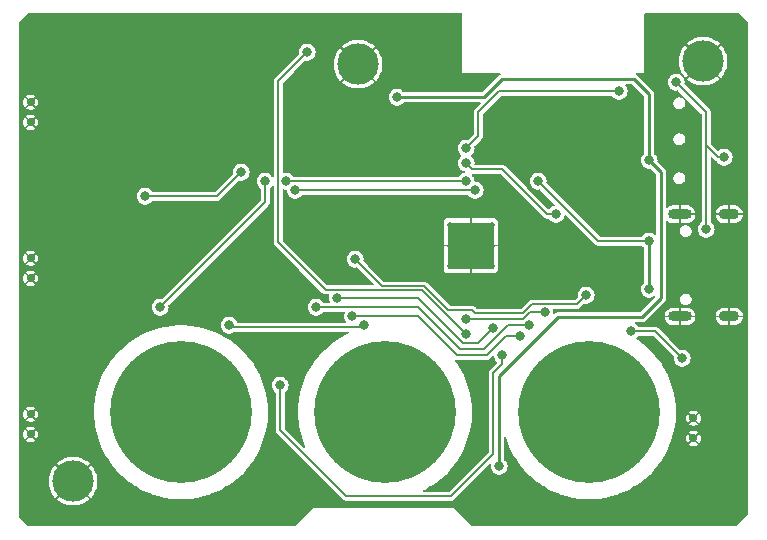
<source format=gbr>
%TF.GenerationSoftware,KiCad,Pcbnew,7.0.9*%
%TF.CreationDate,2023-12-20T20:28:38+02:00*%
%TF.ProjectId,DRM_Watch_V3,44524d5f-5761-4746-9368-5f56332e6b69,rev?*%
%TF.SameCoordinates,Original*%
%TF.FileFunction,Copper,L2,Bot*%
%TF.FilePolarity,Positive*%
%FSLAX46Y46*%
G04 Gerber Fmt 4.6, Leading zero omitted, Abs format (unit mm)*
G04 Created by KiCad (PCBNEW 7.0.9) date 2023-12-20 20:28:38*
%MOMM*%
%LPD*%
G01*
G04 APERTURE LIST*
%TA.AperFunction,ComponentPad*%
%ADD10C,3.500000*%
%TD*%
%TA.AperFunction,ComponentPad*%
%ADD11C,1.000000*%
%TD*%
%TA.AperFunction,SMDPad,CuDef*%
%ADD12C,12.000000*%
%TD*%
%TA.AperFunction,ComponentPad*%
%ADD13C,0.700000*%
%TD*%
%TA.AperFunction,ComponentPad*%
%ADD14R,0.900000X0.500000*%
%TD*%
%TA.AperFunction,ComponentPad*%
%ADD15O,2.000000X0.900000*%
%TD*%
%TA.AperFunction,ComponentPad*%
%ADD16O,1.700000X0.900000*%
%TD*%
%TA.AperFunction,ComponentPad*%
%ADD17C,0.500000*%
%TD*%
%TA.AperFunction,SMDPad,CuDef*%
%ADD18R,4.000000X4.000000*%
%TD*%
%TA.AperFunction,ViaPad*%
%ADD19C,0.800000*%
%TD*%
%TA.AperFunction,Conductor*%
%ADD20C,0.250000*%
%TD*%
%TA.AperFunction,Conductor*%
%ADD21C,0.150000*%
%TD*%
G04 APERTURE END LIST*
D10*
%TO.P,M2,1*%
%TO.N,GND*%
X124460000Y-47752000D03*
%TD*%
D11*
%TO.P,T2,1,touch*%
%TO.N,Net-(T2-touch)*%
X97536000Y-77470000D03*
D12*
X97536000Y-77470000D03*
%TD*%
D13*
%TO.P,S2,3,Shield*%
%TO.N,GND*%
X67518000Y-64428000D03*
X67518000Y-66128000D03*
%TD*%
D14*
%TO.P,AE1,1,FEED*%
%TO.N,GND*%
X105088000Y-49022000D03*
%TD*%
D13*
%TO.P,S1,3,Shield*%
%TO.N,GND*%
X67518000Y-51220000D03*
X67518000Y-52920000D03*
%TD*%
%TO.P,S4,3,Shield*%
%TO.N,GND*%
X67518000Y-77636000D03*
X67518000Y-79336000D03*
%TD*%
D11*
%TO.P,T1,1,touch*%
%TO.N,Net-(T1-touch)*%
X80264000Y-77470000D03*
D12*
X80264000Y-77470000D03*
%TD*%
D10*
%TO.P,M3,1*%
%TO.N,GND*%
X95250000Y-48006000D03*
%TD*%
D13*
%TO.P,S3,3,Shield*%
%TO.N,GND*%
X123637000Y-79678000D03*
X123637000Y-77978000D03*
%TD*%
D10*
%TO.P,M1,1*%
%TO.N,GND*%
X71120000Y-83312000D03*
%TD*%
D15*
%TO.P,J1,S1,SHIELD*%
%TO.N,GND*%
X122500000Y-69356000D03*
%TO.P,J1,S2,SHIELD*%
X122500000Y-60706000D03*
D16*
%TO.P,J1,S3,SHIELD*%
X126670000Y-69356000D03*
%TO.P,J1,S4,SHIELD*%
X126670000Y-60706000D03*
%TD*%
D11*
%TO.P,T3,1,touch*%
%TO.N,Net-(T3-touch)*%
X114808000Y-77470000D03*
D12*
X114808000Y-77470000D03*
%TD*%
D17*
%TO.P,U1,57,GND*%
%TO.N,GND*%
X103039000Y-65109000D03*
X104789000Y-65109000D03*
X106539000Y-65109000D03*
X103039000Y-63359000D03*
X104789000Y-63359000D03*
D18*
X104789000Y-63359000D03*
D17*
X106539000Y-63359000D03*
X103039000Y-61609000D03*
X104789000Y-61609000D03*
X106539000Y-61609000D03*
%TD*%
D19*
%TO.N,GND*%
X115062000Y-56134000D03*
X68580000Y-48006000D03*
X89916000Y-44450000D03*
X80518000Y-44704000D03*
X86868000Y-63246000D03*
X74422000Y-83820000D03*
X122174000Y-82042000D03*
X108966000Y-82550000D03*
X89662000Y-81534000D03*
X105156000Y-73914000D03*
X105664000Y-76454000D03*
X107696000Y-53848000D03*
X71628000Y-44450000D03*
X83058000Y-50800000D03*
X88646000Y-86106000D03*
X88900000Y-72390000D03*
X120904000Y-86614000D03*
X101346000Y-51816000D03*
X111252000Y-64516000D03*
X102362000Y-48768000D03*
X94996000Y-54864000D03*
X90424000Y-61214000D03*
X99060000Y-59944000D03*
X118364000Y-61214000D03*
X119634000Y-57658000D03*
X119888000Y-46990000D03*
%TO.N,VBUS*%
X126238000Y-55880000D03*
X122174000Y-49530000D03*
X124714000Y-61976000D03*
%TO.N,Net-(U1-GPIO33)*%
X77216000Y-59182000D03*
X85344000Y-57150000D03*
X105156000Y-58674000D03*
X89916000Y-58674000D03*
%TO.N,Net-(U1-GPIO34)*%
X87376000Y-57912000D03*
X89154000Y-57912000D03*
X104394000Y-57912000D03*
X78486000Y-68580000D03*
%TO.N,Net-(U1-CHIP_PU{slash}RESET)*%
X122682000Y-72898000D03*
X118364000Y-70612000D03*
X114554000Y-67564000D03*
X94996000Y-64516000D03*
%TO.N,Net-(U1-GPIO2{slash}ADC1_CH1)*%
X84328000Y-70104000D03*
X95758000Y-70104000D03*
%TO.N,Net-(U1-GPIO3{slash}ADC1_CH2)*%
X111045869Y-69001000D03*
X104394000Y-69596000D03*
%TO.N,Net-(U1-GPIO4{slash}ADC1_CH3)*%
X90932000Y-46990000D03*
X104394000Y-70866000D03*
%TO.N,Net-(U1-GPIO7{slash}ADC1_CH6)*%
X93472000Y-67818000D03*
X106680000Y-70358000D03*
%TO.N,Net-(U1-GPIO12{slash}ADC2_CH1)*%
X91694006Y-68580000D03*
X109728000Y-70104004D03*
%TO.N,Net-(U1-GPIO11{slash}ADC2_CH0)*%
X94742000Y-69342000D03*
X108966000Y-71033000D03*
%TO.N,Net-(T1-touch)*%
X88646000Y-75184000D03*
X107442000Y-72644000D03*
%TO.N,VCC*%
X119888000Y-56134000D03*
X98552000Y-50800000D03*
X107188000Y-82042000D03*
%TO.N,GND*%
X92710000Y-50546000D03*
X127000000Y-63246000D03*
X76708000Y-48260000D03*
X87884000Y-67818000D03*
X107950000Y-86360000D03*
X103886000Y-82804000D03*
X99314000Y-63472000D03*
X71374000Y-74676000D03*
X92202000Y-84582000D03*
X126492000Y-81026000D03*
X123698000Y-64770000D03*
X69596000Y-56134000D03*
X69596000Y-69342000D03*
X113284000Y-67056000D03*
X71374000Y-62230000D03*
%TO.N,VBUS*%
X119888000Y-62992000D03*
X119888000Y-67056024D03*
X110490000Y-57912000D03*
%TO.N,Net-(U1-GPIO35)*%
X104393992Y-56388000D03*
X112014000Y-60706000D03*
%TO.N,Net-(U1-GPIO37)*%
X104394000Y-55118000D03*
X117348000Y-50292000D03*
%TD*%
D20*
%TO.N,VCC*%
X120904000Y-57150000D02*
X119888000Y-56134000D01*
X120904000Y-67818000D02*
X120904000Y-57150000D01*
X112181000Y-69429000D02*
X119293000Y-69429000D01*
X119293000Y-69429000D02*
X120904000Y-67818000D01*
X107188000Y-74422000D02*
X112181000Y-69429000D01*
X107188000Y-82042000D02*
X107188000Y-74422000D01*
D21*
%TO.N,Net-(U1-CHIP_PU{slash}RESET)*%
X120396000Y-70612000D02*
X118364000Y-70612000D01*
X122682000Y-72898000D02*
X120396000Y-70612000D01*
%TO.N,Net-(U1-GPIO2{slash}ADC1_CH1)*%
X95591000Y-70271000D02*
X95758000Y-70104000D01*
X84328000Y-70104000D02*
X84495000Y-70271000D01*
X84495000Y-70271000D02*
X95591000Y-70271000D01*
%TO.N,Net-(U1-GPIO11{slash}ADC2_CH0)*%
X106172000Y-72644000D02*
X107783000Y-71033000D01*
X100330000Y-69342000D02*
X103632000Y-72644000D01*
X107783000Y-71033000D02*
X108966000Y-71033000D01*
X94742000Y-69342000D02*
X100330000Y-69342000D01*
X103632000Y-72644000D02*
X106172000Y-72644000D01*
%TO.N,VBUS*%
X125730000Y-55880000D02*
X124714000Y-54864000D01*
X126238000Y-55880000D02*
X125730000Y-55880000D01*
X124714000Y-52070000D02*
X124714000Y-54864000D01*
X124714000Y-54864000D02*
X124714000Y-61976000D01*
X122174000Y-49530000D02*
X124714000Y-52070000D01*
%TO.N,Net-(U1-GPIO33)*%
X83312000Y-59182000D02*
X77216000Y-59182000D01*
X85344000Y-57150000D02*
X83312000Y-59182000D01*
X105156000Y-58674000D02*
X89916000Y-58674000D01*
%TO.N,Net-(U1-GPIO35)*%
X104394000Y-56388000D02*
X104393992Y-56388000D01*
X107442000Y-56896000D02*
X104902000Y-56896000D01*
X111252000Y-60706000D02*
X107442000Y-56896000D01*
X104902000Y-56896000D02*
X104394000Y-56388000D01*
X112014000Y-60706000D02*
X111252000Y-60706000D01*
%TO.N,Net-(U1-GPIO34)*%
X87376000Y-59690000D02*
X78486000Y-68580000D01*
X104394000Y-57912000D02*
X89154000Y-57912000D01*
%TO.N,Net-(U1-GPIO4{slash}ADC1_CH3)*%
X88479000Y-49443000D02*
X90932000Y-46990000D01*
X88479000Y-63079000D02*
X88479000Y-49443000D01*
X92502000Y-67102000D02*
X88479000Y-63079000D01*
X100630000Y-67102000D02*
X92502000Y-67102000D01*
X104394000Y-70866000D02*
X100630000Y-67102000D01*
%TO.N,Net-(U1-GPIO34)*%
X87376000Y-57912000D02*
X87376000Y-59690000D01*
%TO.N,Net-(U1-GPIO12{slash}ADC2_CH1)*%
X107949996Y-70104004D02*
X109728000Y-70104004D01*
X105918000Y-72136000D02*
X107949996Y-70104004D01*
X103886000Y-72136000D02*
X105918000Y-72136000D01*
X100330000Y-68580000D02*
X103886000Y-72136000D01*
X91694006Y-68580000D02*
X100330000Y-68580000D01*
%TO.N,Net-(U1-CHIP_PU{slash}RESET)*%
X109220000Y-69088000D02*
X109982000Y-68326000D01*
%TO.N,Net-(U1-GPIO3{slash}ADC1_CH2)*%
X104394000Y-69596000D02*
X109220000Y-69596000D01*
X109220000Y-69596000D02*
X109815000Y-69001000D01*
X109815000Y-69001000D02*
X111045869Y-69001000D01*
%TO.N,Net-(U1-CHIP_PU{slash}RESET)*%
X94996000Y-64516000D02*
X97282000Y-66802000D01*
X97282000Y-66802000D02*
X100838000Y-66802000D01*
X100838000Y-66802000D02*
X102870000Y-68834000D01*
X102870000Y-68834000D02*
X104902000Y-68834000D01*
X104902000Y-68834000D02*
X105156000Y-69088000D01*
X105156000Y-69088000D02*
X105410000Y-69088000D01*
X105410000Y-69088000D02*
X109220000Y-69088000D01*
X109982000Y-68326000D02*
X113792000Y-68326000D01*
X113792000Y-68326000D02*
X114554000Y-67564000D01*
%TO.N,Net-(U1-GPIO7{slash}ADC1_CH6)*%
X100330000Y-67818000D02*
X93472000Y-67818000D01*
X104140000Y-71628000D02*
X100330000Y-67818000D01*
X105410000Y-71628000D02*
X104140000Y-71628000D01*
X106680000Y-70358000D02*
X105410000Y-71628000D01*
%TO.N,Net-(T1-touch)*%
X88646000Y-78994000D02*
X88646000Y-75184000D01*
X94234000Y-84582000D02*
X88646000Y-78994000D01*
X95844520Y-84582000D02*
X94234000Y-84582000D01*
X103124000Y-84582000D02*
X95844520Y-84582000D01*
X106680000Y-81026000D02*
X103124000Y-84582000D01*
X106680000Y-74168000D02*
X106680000Y-81026000D01*
X107442000Y-73406000D02*
X106680000Y-74168000D01*
X107442000Y-72644000D02*
X107442000Y-73406000D01*
D20*
%TO.N,VCC*%
X105918000Y-50800000D02*
X98552000Y-50800000D01*
X119888000Y-50546000D02*
X118618000Y-49276000D01*
X118618000Y-49276000D02*
X107442000Y-49276000D01*
X119888000Y-56134000D02*
X119888000Y-50546000D01*
X107442000Y-49276000D02*
X105918000Y-50800000D01*
D21*
%TO.N,VBUS*%
X110490000Y-57912000D02*
X115570000Y-62992000D01*
X115570000Y-62992000D02*
X119888000Y-62992000D01*
D20*
X119888000Y-62992000D02*
X119888000Y-67056024D01*
D21*
%TO.N,Net-(U1-GPIO37)*%
X117348000Y-50292000D02*
X107188000Y-50292000D01*
X105410000Y-54102000D02*
X104394000Y-55118000D01*
X107188000Y-50292000D02*
X105410000Y-52070000D01*
X105410000Y-52070000D02*
X105410000Y-54102000D01*
%TD*%
%TA.AperFunction,Conductor*%
%TO.N,GND*%
G36*
X104011966Y-43705313D02*
G01*
X104037276Y-43749150D01*
X104038400Y-43762000D01*
X104038400Y-48742600D01*
X107238296Y-48742985D01*
X107285858Y-48760303D01*
X107311162Y-48804144D01*
X107302366Y-48853993D01*
X107263586Y-48886525D01*
X107261156Y-48887362D01*
X107246419Y-48892151D01*
X107246416Y-48892152D01*
X107223695Y-48908659D01*
X107213799Y-48914723D01*
X107188782Y-48927470D01*
X107188778Y-48927473D01*
X105763426Y-50352826D01*
X105717550Y-50374218D01*
X105711100Y-50374500D01*
X99148308Y-50374500D01*
X99100742Y-50357187D01*
X99087407Y-50342537D01*
X99080183Y-50332071D01*
X98965533Y-50230500D01*
X98952856Y-50219269D01*
X98952853Y-50219267D01*
X98952852Y-50219266D01*
X98802225Y-50140210D01*
X98802222Y-50140209D01*
X98637058Y-50099500D01*
X98637056Y-50099500D01*
X98466944Y-50099500D01*
X98466941Y-50099500D01*
X98301777Y-50140209D01*
X98151146Y-50219267D01*
X98151143Y-50219269D01*
X98023816Y-50332071D01*
X97927181Y-50472070D01*
X97866859Y-50631128D01*
X97846355Y-50799996D01*
X97846355Y-50800003D01*
X97866859Y-50968871D01*
X97927181Y-51127929D01*
X98023816Y-51267928D01*
X98150278Y-51379964D01*
X98151148Y-51380734D01*
X98301775Y-51459790D01*
X98466944Y-51500500D01*
X98466948Y-51500500D01*
X98637052Y-51500500D01*
X98637056Y-51500500D01*
X98802225Y-51459790D01*
X98952852Y-51380734D01*
X99080183Y-51267929D01*
X99087407Y-51257462D01*
X99128676Y-51228152D01*
X99148308Y-51225500D01*
X105544810Y-51225500D01*
X105592376Y-51242813D01*
X105617686Y-51286650D01*
X105608896Y-51336500D01*
X105597136Y-51351826D01*
X105177440Y-51771520D01*
X105165592Y-51781142D01*
X105152163Y-51789916D01*
X105129408Y-51819150D01*
X105126377Y-51822583D01*
X105122484Y-51826477D01*
X105122480Y-51826482D01*
X105108905Y-51845495D01*
X105075192Y-51888809D01*
X105072273Y-51894204D01*
X105072026Y-51894070D01*
X105070430Y-51897171D01*
X105070682Y-51897295D01*
X105067987Y-51902805D01*
X105052329Y-51955403D01*
X105034499Y-52007342D01*
X105033491Y-52013386D01*
X105033213Y-52013339D01*
X105032711Y-52016790D01*
X105032990Y-52016825D01*
X105032232Y-52022908D01*
X105032232Y-52022911D01*
X105032232Y-52022912D01*
X105034500Y-52077755D01*
X105034500Y-53915810D01*
X105017187Y-53963376D01*
X105012826Y-53968136D01*
X104576283Y-54404678D01*
X104530406Y-54426070D01*
X104506249Y-54424202D01*
X104479060Y-54417500D01*
X104479056Y-54417500D01*
X104308944Y-54417500D01*
X104308941Y-54417500D01*
X104143777Y-54458209D01*
X103993146Y-54537267D01*
X103993143Y-54537269D01*
X103865816Y-54650071D01*
X103769181Y-54790070D01*
X103708859Y-54949128D01*
X103688355Y-55117996D01*
X103688355Y-55118003D01*
X103708859Y-55286871D01*
X103769181Y-55445929D01*
X103865816Y-55585928D01*
X103991875Y-55697606D01*
X104015998Y-55742107D01*
X104005873Y-55791703D01*
X103991875Y-55808386D01*
X103865808Y-55920071D01*
X103769173Y-56060070D01*
X103708851Y-56219128D01*
X103688347Y-56387996D01*
X103688347Y-56388003D01*
X103708851Y-56556871D01*
X103769173Y-56715929D01*
X103865808Y-56855928D01*
X103976981Y-56954419D01*
X103993140Y-56968734D01*
X104143767Y-57047790D01*
X104266950Y-57078151D01*
X104308989Y-57106343D01*
X104323072Y-57154963D01*
X104302609Y-57201261D01*
X104266949Y-57221850D01*
X104143776Y-57252209D01*
X103993146Y-57331267D01*
X103993143Y-57331269D01*
X103865816Y-57444071D01*
X103824080Y-57504537D01*
X103782811Y-57533848D01*
X103763179Y-57536500D01*
X89784821Y-57536500D01*
X89737255Y-57519187D01*
X89723920Y-57504537D01*
X89682183Y-57444071D01*
X89554856Y-57331269D01*
X89554853Y-57331267D01*
X89554852Y-57331266D01*
X89404225Y-57252210D01*
X89404222Y-57252209D01*
X89239058Y-57211500D01*
X89239056Y-57211500D01*
X89068944Y-57211500D01*
X89068941Y-57211500D01*
X88946209Y-57241751D01*
X88895882Y-57236324D01*
X88860817Y-57199818D01*
X88854500Y-57169901D01*
X88854500Y-49629189D01*
X88871813Y-49581623D01*
X88876174Y-49576863D01*
X89806072Y-48646965D01*
X90447029Y-48006007D01*
X93195210Y-48006007D01*
X93214346Y-48285785D01*
X93214349Y-48285805D01*
X93271404Y-48560367D01*
X93271409Y-48560385D01*
X93365319Y-48824623D01*
X93365321Y-48824628D01*
X93494347Y-49073635D01*
X93494352Y-49073642D01*
X93656071Y-49302747D01*
X93748364Y-49401568D01*
X94417665Y-48732266D01*
X94526256Y-48835808D01*
X93851276Y-49510788D01*
X94065043Y-49684701D01*
X94065051Y-49684707D01*
X94304654Y-49830413D01*
X94304669Y-49830421D01*
X94561891Y-49942147D01*
X94831942Y-50017812D01*
X95109771Y-50055999D01*
X95109783Y-50056000D01*
X95390217Y-50056000D01*
X95390228Y-50055999D01*
X95668057Y-50017812D01*
X95938108Y-49942147D01*
X96195330Y-49830421D01*
X96195345Y-49830413D01*
X96434948Y-49684707D01*
X96434965Y-49684695D01*
X96648722Y-49510789D01*
X96648723Y-49510789D01*
X95973983Y-48836049D01*
X96012540Y-48805729D01*
X96079044Y-48728978D01*
X96751635Y-49401569D01*
X96751635Y-49401568D01*
X96843922Y-49302755D01*
X97005647Y-49073642D01*
X97005652Y-49073635D01*
X97134678Y-48824628D01*
X97134680Y-48824623D01*
X97228590Y-48560385D01*
X97228595Y-48560367D01*
X97285650Y-48285805D01*
X97285653Y-48285785D01*
X97304790Y-48006007D01*
X97304790Y-48005992D01*
X97285653Y-47726214D01*
X97285650Y-47726194D01*
X97228595Y-47451632D01*
X97228590Y-47451614D01*
X97134680Y-47187376D01*
X97134678Y-47187371D01*
X97005652Y-46938364D01*
X97005647Y-46938357D01*
X96843925Y-46709248D01*
X96751634Y-46610430D01*
X96082332Y-47279731D01*
X95973741Y-47176190D01*
X96648722Y-46501210D01*
X96434956Y-46327298D01*
X96434948Y-46327292D01*
X96195345Y-46181586D01*
X96195330Y-46181578D01*
X95938108Y-46069852D01*
X95668057Y-45994187D01*
X95390228Y-45956000D01*
X95109771Y-45956000D01*
X94831942Y-45994187D01*
X94561891Y-46069852D01*
X94304669Y-46181578D01*
X94304654Y-46181586D01*
X94065051Y-46327292D01*
X94065035Y-46327303D01*
X93851275Y-46501209D01*
X94526016Y-47175950D01*
X94487460Y-47206271D01*
X94420955Y-47283021D01*
X93748364Y-46610430D01*
X93656074Y-46709249D01*
X93494352Y-46938357D01*
X93494347Y-46938364D01*
X93365321Y-47187371D01*
X93365319Y-47187376D01*
X93271409Y-47451614D01*
X93271404Y-47451632D01*
X93214349Y-47726194D01*
X93214346Y-47726214D01*
X93195210Y-48005992D01*
X93195210Y-48006007D01*
X90447029Y-48006007D01*
X90749716Y-47703320D01*
X90795591Y-47681929D01*
X90819749Y-47683796D01*
X90846944Y-47690500D01*
X90846946Y-47690500D01*
X91017052Y-47690500D01*
X91017056Y-47690500D01*
X91182225Y-47649790D01*
X91332852Y-47570734D01*
X91460183Y-47457929D01*
X91556818Y-47317930D01*
X91617140Y-47158872D01*
X91627153Y-47076411D01*
X91637645Y-46990003D01*
X91637645Y-46989996D01*
X91617140Y-46821128D01*
X91556818Y-46662070D01*
X91460183Y-46522071D01*
X91332856Y-46409269D01*
X91332853Y-46409267D01*
X91332852Y-46409266D01*
X91182225Y-46330210D01*
X91182222Y-46330209D01*
X91017058Y-46289500D01*
X91017056Y-46289500D01*
X90846944Y-46289500D01*
X90846941Y-46289500D01*
X90681777Y-46330209D01*
X90531146Y-46409267D01*
X90531143Y-46409269D01*
X90403816Y-46522071D01*
X90307181Y-46662070D01*
X90246859Y-46821128D01*
X90231727Y-46945756D01*
X90226355Y-46990000D01*
X90230463Y-47023833D01*
X90240917Y-47109933D01*
X90229463Y-47159239D01*
X90219782Y-47171178D01*
X88246440Y-49144520D01*
X88234592Y-49154142D01*
X88221163Y-49162916D01*
X88198408Y-49192150D01*
X88195377Y-49195583D01*
X88191484Y-49199477D01*
X88191480Y-49199482D01*
X88177905Y-49218495D01*
X88144192Y-49261809D01*
X88141273Y-49267204D01*
X88141026Y-49267070D01*
X88139430Y-49270171D01*
X88139682Y-49270295D01*
X88136987Y-49275805D01*
X88121329Y-49328403D01*
X88103499Y-49380342D01*
X88102491Y-49386386D01*
X88102213Y-49386339D01*
X88101711Y-49389790D01*
X88101990Y-49389825D01*
X88101232Y-49395908D01*
X88103500Y-49450755D01*
X88103500Y-57495355D01*
X88086187Y-57542921D01*
X88042350Y-57568231D01*
X87992500Y-57559441D01*
X87968600Y-57537392D01*
X87904186Y-57444074D01*
X87904184Y-57444072D01*
X87776856Y-57331269D01*
X87776853Y-57331267D01*
X87776852Y-57331266D01*
X87626225Y-57252210D01*
X87626222Y-57252209D01*
X87461058Y-57211500D01*
X87461056Y-57211500D01*
X87290944Y-57211500D01*
X87290941Y-57211500D01*
X87125777Y-57252209D01*
X86975146Y-57331267D01*
X86975143Y-57331269D01*
X86847816Y-57444071D01*
X86751181Y-57584070D01*
X86690859Y-57743128D01*
X86670355Y-57911996D01*
X86670355Y-57912003D01*
X86690859Y-58080871D01*
X86751181Y-58239929D01*
X86824446Y-58346070D01*
X86847817Y-58379929D01*
X86975148Y-58492734D01*
X86975150Y-58492735D01*
X86975571Y-58493108D01*
X86999694Y-58537609D01*
X87000500Y-58548498D01*
X87000500Y-59503809D01*
X86983187Y-59551375D01*
X86978826Y-59556135D01*
X78668282Y-67866678D01*
X78622406Y-67888070D01*
X78598247Y-67886202D01*
X78571058Y-67879500D01*
X78571056Y-67879500D01*
X78400944Y-67879500D01*
X78400941Y-67879500D01*
X78235777Y-67920209D01*
X78085146Y-67999267D01*
X78085143Y-67999269D01*
X77957816Y-68112071D01*
X77861181Y-68252070D01*
X77800859Y-68411128D01*
X77780355Y-68579996D01*
X77780355Y-68580003D01*
X77800859Y-68748871D01*
X77861181Y-68907929D01*
X77957816Y-69047928D01*
X78062248Y-69140447D01*
X78085148Y-69160734D01*
X78235775Y-69239790D01*
X78400944Y-69280500D01*
X78400948Y-69280500D01*
X78571052Y-69280500D01*
X78571056Y-69280500D01*
X78736225Y-69239790D01*
X78886852Y-69160734D01*
X79014183Y-69047929D01*
X79110818Y-68907930D01*
X79171140Y-68748872D01*
X79183579Y-68646430D01*
X79191645Y-68580003D01*
X79191645Y-68579996D01*
X79177082Y-68460065D01*
X79188534Y-68410759D01*
X79198211Y-68398824D01*
X87608558Y-59988477D01*
X87620400Y-59978861D01*
X87633836Y-59970084D01*
X87656594Y-59940843D01*
X87659631Y-59937405D01*
X87663520Y-59933517D01*
X87677088Y-59914513D01*
X87710809Y-59871189D01*
X87710809Y-59871186D01*
X87713727Y-59865797D01*
X87713977Y-59865932D01*
X87715570Y-59862838D01*
X87715314Y-59862713D01*
X87718006Y-59857203D01*
X87718010Y-59857199D01*
X87733673Y-59804587D01*
X87751500Y-59752660D01*
X87751500Y-59752659D01*
X87752510Y-59746610D01*
X87752787Y-59746656D01*
X87753289Y-59743208D01*
X87753010Y-59743174D01*
X87753767Y-59737093D01*
X87753769Y-59737088D01*
X87751500Y-59682230D01*
X87751500Y-58548498D01*
X87768813Y-58500932D01*
X87776429Y-58493108D01*
X87776849Y-58492735D01*
X87776852Y-58492734D01*
X87904183Y-58379929D01*
X87968599Y-58286607D01*
X88009868Y-58257296D01*
X88060323Y-58261369D01*
X88096355Y-58296921D01*
X88103500Y-58328644D01*
X88103500Y-63032381D01*
X88101925Y-63047566D01*
X88098633Y-63063264D01*
X88098633Y-63063269D01*
X88103216Y-63100032D01*
X88103500Y-63104613D01*
X88103500Y-63110119D01*
X88107341Y-63133140D01*
X88114134Y-63187627D01*
X88115884Y-63193504D01*
X88115615Y-63193584D01*
X88116679Y-63196904D01*
X88116945Y-63196813D01*
X88118934Y-63202608D01*
X88118935Y-63202610D01*
X88144492Y-63249836D01*
X88145055Y-63250877D01*
X88169175Y-63300214D01*
X88172738Y-63305204D01*
X88172510Y-63305366D01*
X88174595Y-63308162D01*
X88174817Y-63307990D01*
X88178581Y-63312826D01*
X88218971Y-63350008D01*
X90272752Y-65403789D01*
X92203518Y-67334555D01*
X92213142Y-67346406D01*
X92221915Y-67359834D01*
X92221918Y-67359838D01*
X92251154Y-67382594D01*
X92254591Y-67385628D01*
X92258482Y-67389519D01*
X92277483Y-67403085D01*
X92319560Y-67435835D01*
X92320814Y-67436811D01*
X92326206Y-67439729D01*
X92326071Y-67439978D01*
X92329163Y-67441569D01*
X92329288Y-67441315D01*
X92334798Y-67444008D01*
X92334801Y-67444010D01*
X92371742Y-67455007D01*
X92387402Y-67459670D01*
X92400387Y-67464127D01*
X92439340Y-67477500D01*
X92439343Y-67477500D01*
X92445391Y-67478510D01*
X92445344Y-67478786D01*
X92448793Y-67479289D01*
X92448828Y-67479009D01*
X92454905Y-67479766D01*
X92454912Y-67479768D01*
X92509756Y-67477500D01*
X92744742Y-67477500D01*
X92792308Y-67494813D01*
X92817618Y-67538650D01*
X92813933Y-67577741D01*
X92786859Y-67649128D01*
X92766355Y-67817996D01*
X92766355Y-67818003D01*
X92786859Y-67986873D01*
X92831378Y-68104260D01*
X92832058Y-68154874D01*
X92800044Y-68194084D01*
X92762187Y-68204500D01*
X92324827Y-68204500D01*
X92277261Y-68187187D01*
X92263926Y-68172537D01*
X92244733Y-68144732D01*
X92222189Y-68112071D01*
X92176078Y-68071220D01*
X92094862Y-67999269D01*
X92094859Y-67999267D01*
X92094858Y-67999266D01*
X91944231Y-67920210D01*
X91944228Y-67920209D01*
X91779064Y-67879500D01*
X91779062Y-67879500D01*
X91608950Y-67879500D01*
X91608947Y-67879500D01*
X91443783Y-67920209D01*
X91293152Y-67999267D01*
X91293149Y-67999269D01*
X91165822Y-68112071D01*
X91069187Y-68252070D01*
X91008865Y-68411128D01*
X90988361Y-68579996D01*
X90988361Y-68580003D01*
X91008865Y-68748871D01*
X91069187Y-68907929D01*
X91165822Y-69047928D01*
X91270254Y-69140447D01*
X91293154Y-69160734D01*
X91443781Y-69239790D01*
X91608950Y-69280500D01*
X91608954Y-69280500D01*
X91779058Y-69280500D01*
X91779062Y-69280500D01*
X91944231Y-69239790D01*
X92094858Y-69160734D01*
X92222189Y-69047929D01*
X92263926Y-68987462D01*
X92305195Y-68958152D01*
X92324827Y-68955500D01*
X94032187Y-68955500D01*
X94079753Y-68972813D01*
X94105063Y-69016650D01*
X94101378Y-69055740D01*
X94056859Y-69173126D01*
X94036355Y-69341996D01*
X94036355Y-69342003D01*
X94056859Y-69510871D01*
X94117181Y-69669929D01*
X94125665Y-69682220D01*
X94190448Y-69776074D01*
X94192788Y-69779463D01*
X94205560Y-69828444D01*
X94183861Y-69874176D01*
X94137842Y-69895260D01*
X94131887Y-69895500D01*
X85049190Y-69895500D01*
X85001624Y-69878187D01*
X84979999Y-69847740D01*
X84952819Y-69776071D01*
X84856183Y-69636071D01*
X84728856Y-69523269D01*
X84728853Y-69523267D01*
X84728852Y-69523266D01*
X84578225Y-69444210D01*
X84578222Y-69444209D01*
X84413058Y-69403500D01*
X84413056Y-69403500D01*
X84242944Y-69403500D01*
X84242941Y-69403500D01*
X84077777Y-69444209D01*
X83927146Y-69523267D01*
X83927143Y-69523269D01*
X83799816Y-69636071D01*
X83703181Y-69776070D01*
X83642859Y-69935128D01*
X83622355Y-70103996D01*
X83622355Y-70104003D01*
X83642859Y-70272871D01*
X83703181Y-70431929D01*
X83799816Y-70571928D01*
X83893413Y-70654848D01*
X83927148Y-70684734D01*
X84077775Y-70763790D01*
X84242944Y-70804500D01*
X84242948Y-70804500D01*
X84413052Y-70804500D01*
X84413056Y-70804500D01*
X84578225Y-70763790D01*
X84728852Y-70684734D01*
X84751003Y-70665110D01*
X84798087Y-70646527D01*
X84800074Y-70646500D01*
X94417277Y-70646500D01*
X94464843Y-70663813D01*
X94490153Y-70707650D01*
X94481363Y-70757500D01*
X94448687Y-70787503D01*
X94167953Y-70919106D01*
X93698753Y-71182433D01*
X93698754Y-71182432D01*
X93250025Y-71479309D01*
X93222027Y-71500929D01*
X92824174Y-71808140D01*
X92696784Y-71922282D01*
X92423449Y-72167191D01*
X92423443Y-72167197D01*
X92423441Y-72167199D01*
X92392998Y-72198775D01*
X92050008Y-72554530D01*
X91928645Y-72700363D01*
X91717713Y-72953824D01*
X91705837Y-72968094D01*
X91680103Y-73004064D01*
X91392771Y-73405680D01*
X91275096Y-73598499D01*
X91112484Y-73864948D01*
X90866468Y-74343452D01*
X90656037Y-74838637D01*
X90482314Y-75347862D01*
X90481004Y-75352872D01*
X90346224Y-75868411D01*
X90248498Y-76397493D01*
X90189651Y-76932312D01*
X90189650Y-76932312D01*
X90170000Y-77470000D01*
X90189650Y-78007688D01*
X90189651Y-78007688D01*
X90208046Y-78174866D01*
X90248498Y-78542507D01*
X90346224Y-79071589D01*
X90396791Y-79265008D01*
X90482314Y-79592138D01*
X90656037Y-80101363D01*
X90752347Y-80328000D01*
X90781619Y-80396881D01*
X90784288Y-80447430D01*
X90753841Y-80487868D01*
X90704524Y-80499275D01*
X90661187Y-80478149D01*
X89043174Y-78860136D01*
X89021782Y-78814260D01*
X89021500Y-78807810D01*
X89021500Y-75820498D01*
X89038813Y-75772932D01*
X89046429Y-75765108D01*
X89046849Y-75764735D01*
X89046852Y-75764734D01*
X89174183Y-75651929D01*
X89270818Y-75511930D01*
X89331140Y-75352872D01*
X89351645Y-75184000D01*
X89331140Y-75015128D01*
X89270818Y-74856070D01*
X89174183Y-74716071D01*
X89075786Y-74628899D01*
X89046856Y-74603269D01*
X89046853Y-74603267D01*
X89046852Y-74603266D01*
X88896225Y-74524210D01*
X88896222Y-74524209D01*
X88731058Y-74483500D01*
X88731056Y-74483500D01*
X88560944Y-74483500D01*
X88560941Y-74483500D01*
X88395777Y-74524209D01*
X88245146Y-74603267D01*
X88245143Y-74603269D01*
X88117816Y-74716071D01*
X88021181Y-74856070D01*
X87960859Y-75015128D01*
X87940355Y-75183996D01*
X87940355Y-75184003D01*
X87960859Y-75352871D01*
X88021181Y-75511929D01*
X88021182Y-75511930D01*
X88117817Y-75651929D01*
X88245148Y-75764734D01*
X88245150Y-75764735D01*
X88245571Y-75765108D01*
X88269694Y-75809609D01*
X88270500Y-75820498D01*
X88270500Y-78947381D01*
X88268925Y-78962566D01*
X88265633Y-78978264D01*
X88265633Y-78978269D01*
X88270216Y-79015032D01*
X88270500Y-79019613D01*
X88270500Y-79025119D01*
X88274341Y-79048140D01*
X88281134Y-79102627D01*
X88282884Y-79108504D01*
X88282615Y-79108584D01*
X88283679Y-79111904D01*
X88283945Y-79111813D01*
X88285934Y-79117608D01*
X88285935Y-79117610D01*
X88297582Y-79139132D01*
X88312055Y-79165877D01*
X88336175Y-79215214D01*
X88339738Y-79220204D01*
X88339510Y-79220366D01*
X88341595Y-79223162D01*
X88341817Y-79222990D01*
X88345581Y-79227826D01*
X88385971Y-79265008D01*
X91162958Y-82041995D01*
X93935518Y-84814555D01*
X93945140Y-84826404D01*
X93953915Y-84839834D01*
X93953918Y-84839838D01*
X93983154Y-84862594D01*
X93986591Y-84865628D01*
X93990482Y-84869519D01*
X94009483Y-84883085D01*
X94051700Y-84915944D01*
X94052814Y-84916811D01*
X94058206Y-84919729D01*
X94058071Y-84919977D01*
X94061170Y-84921572D01*
X94061295Y-84921318D01*
X94066800Y-84924010D01*
X94119405Y-84939671D01*
X94171338Y-84957500D01*
X94177385Y-84958509D01*
X94177338Y-84958785D01*
X94180792Y-84959289D01*
X94180827Y-84959009D01*
X94186904Y-84959766D01*
X94186911Y-84959768D01*
X94241755Y-84957500D01*
X95781860Y-84957500D01*
X103077383Y-84957500D01*
X103092567Y-84959074D01*
X103108268Y-84962367D01*
X103145036Y-84957783D01*
X103149615Y-84957500D01*
X103155111Y-84957500D01*
X103155114Y-84957500D01*
X103178140Y-84953657D01*
X103232626Y-84946866D01*
X103232631Y-84946863D01*
X103238507Y-84945115D01*
X103238587Y-84945386D01*
X103241904Y-84944323D01*
X103241812Y-84944055D01*
X103247604Y-84942065D01*
X103247610Y-84942065D01*
X103295877Y-84915944D01*
X103345211Y-84891826D01*
X103345215Y-84891821D01*
X103350204Y-84888261D01*
X103350369Y-84888493D01*
X103353158Y-84886414D01*
X103352983Y-84886189D01*
X103357822Y-84882422D01*
X103357823Y-84882420D01*
X103357826Y-84882419D01*
X103395008Y-84842028D01*
X106370429Y-81866606D01*
X106416304Y-81845215D01*
X106465199Y-81858316D01*
X106494233Y-81899780D01*
X106496214Y-81927852D01*
X106482355Y-82041995D01*
X106482355Y-82042003D01*
X106502859Y-82210871D01*
X106563181Y-82369929D01*
X106659816Y-82509928D01*
X106748365Y-82588376D01*
X106787148Y-82622734D01*
X106937775Y-82701790D01*
X107102944Y-82742500D01*
X107102948Y-82742500D01*
X107273052Y-82742500D01*
X107273056Y-82742500D01*
X107438225Y-82701790D01*
X107588852Y-82622734D01*
X107716183Y-82509929D01*
X107812818Y-82369930D01*
X107873140Y-82210872D01*
X107893645Y-82042000D01*
X107893644Y-82041995D01*
X107873140Y-81873128D01*
X107812818Y-81714070D01*
X107716183Y-81574071D01*
X107638429Y-81505187D01*
X107614305Y-81460686D01*
X107613500Y-81449797D01*
X107613500Y-79625477D01*
X107630813Y-79577911D01*
X107674650Y-79552601D01*
X107724500Y-79561391D01*
X107757037Y-79600168D01*
X107757522Y-79601543D01*
X107928037Y-80101363D01*
X108138466Y-80596543D01*
X108138466Y-80596544D01*
X108384486Y-81075056D01*
X108664771Y-81534320D01*
X108977840Y-81971910D01*
X109036166Y-82041996D01*
X109322008Y-82385470D01*
X109517634Y-82588376D01*
X109682615Y-82759498D01*
X109695449Y-82772809D01*
X109784909Y-82852965D01*
X110096174Y-83131860D01*
X110397555Y-83364578D01*
X110522025Y-83460690D01*
X110522025Y-83460691D01*
X110970754Y-83757568D01*
X110970753Y-83757567D01*
X111439953Y-84020894D01*
X111927120Y-84249269D01*
X111927119Y-84249268D01*
X111927123Y-84249270D01*
X112158725Y-84337850D01*
X112429662Y-84441475D01*
X112429663Y-84441475D01*
X112944893Y-84596485D01*
X112944894Y-84596485D01*
X112944894Y-84596486D01*
X113470064Y-84713473D01*
X113470063Y-84713472D01*
X114002372Y-84791811D01*
X114538979Y-84831086D01*
X114538982Y-84831086D01*
X115077018Y-84831086D01*
X115077021Y-84831086D01*
X115613628Y-84791811D01*
X116145937Y-84713472D01*
X116145936Y-84713473D01*
X116671106Y-84596486D01*
X116671106Y-84596485D01*
X116671107Y-84596485D01*
X117186337Y-84441475D01*
X117186338Y-84441475D01*
X117457275Y-84337850D01*
X117688877Y-84249270D01*
X117688881Y-84249268D01*
X117688880Y-84249269D01*
X118176047Y-84020894D01*
X118645247Y-83757567D01*
X118645246Y-83757568D01*
X119093975Y-83460691D01*
X119093975Y-83460690D01*
X119218445Y-83364578D01*
X119519826Y-83131860D01*
X119831091Y-82852965D01*
X119920551Y-82772809D01*
X119933385Y-82759498D01*
X120098366Y-82588376D01*
X120293992Y-82385470D01*
X120579834Y-82041996D01*
X120638160Y-81971910D01*
X120951229Y-81534320D01*
X121231514Y-81075056D01*
X121477534Y-80596544D01*
X121477534Y-80596543D01*
X121687963Y-80101363D01*
X121832393Y-79678003D01*
X122982226Y-79678003D01*
X123001252Y-79834697D01*
X123057224Y-79982285D01*
X123126412Y-80082520D01*
X123414275Y-79794656D01*
X123456760Y-79858240D01*
X123520341Y-79900723D01*
X123232780Y-80188284D01*
X123265045Y-80216868D01*
X123265047Y-80216869D01*
X123404810Y-80290222D01*
X123558076Y-80327999D01*
X123558080Y-80328000D01*
X123715920Y-80328000D01*
X123715923Y-80327999D01*
X123869187Y-80290222D01*
X124008955Y-80216866D01*
X124008958Y-80216864D01*
X124041217Y-80188283D01*
X123753658Y-79900724D01*
X123817240Y-79858240D01*
X123859724Y-79794658D01*
X124147587Y-80082521D01*
X124216772Y-79982291D01*
X124216775Y-79982285D01*
X124272747Y-79834697D01*
X124291774Y-79678003D01*
X124291774Y-79677996D01*
X124272747Y-79521302D01*
X124216775Y-79373714D01*
X124147586Y-79273478D01*
X123859723Y-79561341D01*
X123817240Y-79497760D01*
X123753656Y-79455275D01*
X124041218Y-79167714D01*
X124008954Y-79139131D01*
X124008952Y-79139130D01*
X123869189Y-79065777D01*
X123715923Y-79028000D01*
X123558076Y-79028000D01*
X123404810Y-79065777D01*
X123265043Y-79139132D01*
X123232781Y-79167714D01*
X123232781Y-79167715D01*
X123520341Y-79455275D01*
X123456760Y-79497760D01*
X123414275Y-79561341D01*
X123126411Y-79273477D01*
X123057225Y-79373711D01*
X123001252Y-79521302D01*
X122982226Y-79677996D01*
X122982226Y-79678003D01*
X121832393Y-79678003D01*
X121861686Y-79592138D01*
X121947209Y-79265008D01*
X121997776Y-79071589D01*
X122095502Y-78542507D01*
X122135954Y-78174866D01*
X122154349Y-78007688D01*
X122154350Y-78007688D01*
X122155435Y-77978003D01*
X122982226Y-77978003D01*
X123001252Y-78134697D01*
X123057224Y-78282285D01*
X123126412Y-78382520D01*
X123414275Y-78094656D01*
X123456760Y-78158240D01*
X123520341Y-78200723D01*
X123232780Y-78488284D01*
X123265045Y-78516868D01*
X123265047Y-78516869D01*
X123404810Y-78590222D01*
X123558076Y-78627999D01*
X123558080Y-78628000D01*
X123715920Y-78628000D01*
X123715923Y-78627999D01*
X123869187Y-78590222D01*
X124008955Y-78516866D01*
X124008958Y-78516864D01*
X124041217Y-78488283D01*
X123753658Y-78200724D01*
X123817240Y-78158240D01*
X123859724Y-78094658D01*
X124147587Y-78382521D01*
X124216772Y-78282291D01*
X124216775Y-78282285D01*
X124272747Y-78134697D01*
X124291774Y-77978003D01*
X124291774Y-77977996D01*
X124272747Y-77821302D01*
X124216775Y-77673714D01*
X124147586Y-77573478D01*
X123859723Y-77861341D01*
X123817240Y-77797760D01*
X123753656Y-77755275D01*
X124041218Y-77467714D01*
X124008954Y-77439131D01*
X124008952Y-77439130D01*
X123869189Y-77365777D01*
X123715923Y-77328000D01*
X123558076Y-77328000D01*
X123404810Y-77365777D01*
X123265043Y-77439132D01*
X123232781Y-77467714D01*
X123232781Y-77467715D01*
X123520341Y-77755275D01*
X123456760Y-77797760D01*
X123414275Y-77861341D01*
X123126411Y-77573477D01*
X123057225Y-77673711D01*
X123001252Y-77821302D01*
X122982226Y-77977996D01*
X122982226Y-77978003D01*
X122155435Y-77978003D01*
X122174000Y-77470000D01*
X122154350Y-76932312D01*
X122154349Y-76932312D01*
X122095502Y-76397493D01*
X121997776Y-75868411D01*
X121862996Y-75352872D01*
X121861686Y-75347862D01*
X121687963Y-74838637D01*
X121477532Y-74343452D01*
X121231516Y-73864948D01*
X121068904Y-73598499D01*
X120951229Y-73405680D01*
X120663897Y-73004064D01*
X120638163Y-72968094D01*
X120626287Y-72953824D01*
X120415355Y-72700363D01*
X120293992Y-72554530D01*
X119951002Y-72198775D01*
X119920559Y-72167199D01*
X119920556Y-72167197D01*
X119920551Y-72167191D01*
X119647216Y-71922282D01*
X119519826Y-71808140D01*
X119121973Y-71500929D01*
X119093975Y-71479309D01*
X118915045Y-71360930D01*
X118800764Y-71285322D01*
X118770648Y-71244638D01*
X118773728Y-71194113D01*
X118792523Y-71168219D01*
X118892183Y-71079929D01*
X118933920Y-71019462D01*
X118975189Y-70990152D01*
X118994821Y-70987500D01*
X120209811Y-70987500D01*
X120257377Y-71004813D01*
X120262137Y-71009174D01*
X121969783Y-72716820D01*
X121991175Y-72762696D01*
X121990917Y-72778066D01*
X121976355Y-72897996D01*
X121976355Y-72898003D01*
X121996859Y-73066871D01*
X122057181Y-73225929D01*
X122111288Y-73304315D01*
X122153817Y-73365929D01*
X122281148Y-73478734D01*
X122431775Y-73557790D01*
X122596944Y-73598500D01*
X122596948Y-73598500D01*
X122767052Y-73598500D01*
X122767056Y-73598500D01*
X122932225Y-73557790D01*
X123082852Y-73478734D01*
X123210183Y-73365929D01*
X123306818Y-73225930D01*
X123367140Y-73066872D01*
X123379134Y-72968094D01*
X123387645Y-72898003D01*
X123387645Y-72897996D01*
X123367140Y-72729128D01*
X123306818Y-72570070D01*
X123210183Y-72430071D01*
X123082856Y-72317269D01*
X123082853Y-72317267D01*
X123082852Y-72317266D01*
X122932225Y-72238210D01*
X122932222Y-72238209D01*
X122767058Y-72197500D01*
X122767056Y-72197500D01*
X122596944Y-72197500D01*
X122596941Y-72197500D01*
X122596937Y-72197501D01*
X122569748Y-72204202D01*
X122519421Y-72198775D01*
X122499715Y-72184678D01*
X121600360Y-71285323D01*
X120694479Y-70379441D01*
X120684853Y-70367586D01*
X120676086Y-70354166D01*
X120676083Y-70354163D01*
X120646853Y-70331412D01*
X120643415Y-70328377D01*
X120639518Y-70324480D01*
X120620504Y-70310905D01*
X120577189Y-70277191D01*
X120577186Y-70277190D01*
X120571795Y-70274272D01*
X120571928Y-70274024D01*
X120568829Y-70272429D01*
X120568706Y-70272682D01*
X120563201Y-70269990D01*
X120510596Y-70254329D01*
X120458661Y-70236499D01*
X120452615Y-70235491D01*
X120452661Y-70235214D01*
X120449206Y-70234710D01*
X120449172Y-70234991D01*
X120443089Y-70234232D01*
X120443088Y-70234232D01*
X120443086Y-70234232D01*
X120388244Y-70236500D01*
X118994821Y-70236500D01*
X118947255Y-70219187D01*
X118933920Y-70204537D01*
X118923282Y-70189126D01*
X118892183Y-70144071D01*
X118846957Y-70104004D01*
X118764856Y-70031269D01*
X118764847Y-70031263D01*
X118693893Y-69994023D01*
X118659821Y-69956588D01*
X118657783Y-69906010D01*
X118688733Y-69865956D01*
X118728283Y-69854500D01*
X119360391Y-69854500D01*
X119360393Y-69854500D01*
X119387108Y-69845818D01*
X119398374Y-69843113D01*
X119426126Y-69838719D01*
X119451156Y-69825964D01*
X119461869Y-69821527D01*
X119488581Y-69812849D01*
X119511294Y-69796346D01*
X119521199Y-69790276D01*
X119525613Y-69788026D01*
X119546220Y-69777528D01*
X119641528Y-69682220D01*
X119641528Y-69682219D01*
X119892747Y-69431000D01*
X121201655Y-69431000D01*
X121226616Y-69572568D01*
X121296056Y-69733548D01*
X121296061Y-69733556D01*
X121400755Y-69874183D01*
X121400758Y-69874186D01*
X121535059Y-69986880D01*
X121691738Y-70065567D01*
X121691743Y-70065569D01*
X121862337Y-70106000D01*
X122425000Y-70106000D01*
X122425000Y-69656000D01*
X122575000Y-69656000D01*
X122575000Y-70106000D01*
X123093684Y-70106000D01*
X123224139Y-70090751D01*
X123224143Y-70090750D01*
X123388889Y-70030787D01*
X123388893Y-70030786D01*
X123535371Y-69934446D01*
X123655688Y-69806917D01*
X123743349Y-69655082D01*
X123743350Y-69655080D01*
X123793632Y-69487126D01*
X123793633Y-69487121D01*
X123796903Y-69431000D01*
X125521655Y-69431000D01*
X125546616Y-69572568D01*
X125616056Y-69733548D01*
X125616061Y-69733556D01*
X125720755Y-69874183D01*
X125720758Y-69874186D01*
X125855059Y-69986880D01*
X126011738Y-70065567D01*
X126011743Y-70065569D01*
X126182337Y-70106000D01*
X126595000Y-70106000D01*
X126595000Y-69656000D01*
X126745000Y-69656000D01*
X126745000Y-70106000D01*
X127113684Y-70106000D01*
X127244139Y-70090751D01*
X127244143Y-70090750D01*
X127408889Y-70030787D01*
X127408893Y-70030786D01*
X127555371Y-69934446D01*
X127675688Y-69806917D01*
X127763349Y-69655082D01*
X127763350Y-69655080D01*
X127813632Y-69487126D01*
X127813633Y-69487121D01*
X127816903Y-69431000D01*
X127360568Y-69431000D01*
X127373895Y-69384160D01*
X127364336Y-69281000D01*
X127818345Y-69281000D01*
X127793383Y-69139431D01*
X127723943Y-68978451D01*
X127723938Y-68978443D01*
X127619244Y-68837816D01*
X127619241Y-68837813D01*
X127484940Y-68725119D01*
X127328261Y-68646432D01*
X127328256Y-68646430D01*
X127157663Y-68606000D01*
X126745000Y-68606000D01*
X126745000Y-69056000D01*
X126595000Y-69056000D01*
X126595000Y-68606000D01*
X126226316Y-68606000D01*
X126095860Y-68621248D01*
X126095856Y-68621249D01*
X125931110Y-68681212D01*
X125931106Y-68681213D01*
X125784628Y-68777553D01*
X125664311Y-68905082D01*
X125576650Y-69056917D01*
X125576649Y-69056919D01*
X125526367Y-69224873D01*
X125526366Y-69224878D01*
X125523097Y-69281000D01*
X125979432Y-69281000D01*
X125966105Y-69327840D01*
X125975664Y-69431000D01*
X125521655Y-69431000D01*
X123796903Y-69431000D01*
X123340568Y-69431000D01*
X123353895Y-69384160D01*
X123344336Y-69281000D01*
X123798345Y-69281000D01*
X123773383Y-69139431D01*
X123703943Y-68978451D01*
X123703938Y-68978443D01*
X123599244Y-68837816D01*
X123599241Y-68837813D01*
X123464940Y-68725119D01*
X123308261Y-68646432D01*
X123308256Y-68646430D01*
X123137663Y-68606000D01*
X122575000Y-68606000D01*
X122575000Y-69056000D01*
X122425000Y-69056000D01*
X122425000Y-68606000D01*
X121906316Y-68606000D01*
X121775860Y-68621248D01*
X121775856Y-68621249D01*
X121611110Y-68681212D01*
X121611106Y-68681213D01*
X121464628Y-68777553D01*
X121344311Y-68905082D01*
X121256650Y-69056917D01*
X121256649Y-69056919D01*
X121206367Y-69224873D01*
X121206366Y-69224878D01*
X121203097Y-69281000D01*
X121659432Y-69281000D01*
X121646105Y-69327840D01*
X121655664Y-69431000D01*
X121201655Y-69431000D01*
X119892747Y-69431000D01*
X121146811Y-68176934D01*
X121146814Y-68176933D01*
X121157219Y-68166528D01*
X121157220Y-68166528D01*
X121252528Y-68071220D01*
X121265280Y-68046189D01*
X121271339Y-68036303D01*
X121287849Y-68013581D01*
X121294547Y-67992964D01*
X122489500Y-67992964D01*
X122530046Y-68131050D01*
X122530047Y-68131054D01*
X122552845Y-68166528D01*
X122607857Y-68252128D01*
X122607859Y-68252129D01*
X122607860Y-68252131D01*
X122689434Y-68322814D01*
X122716627Y-68346377D01*
X122847543Y-68406165D01*
X122954201Y-68421500D01*
X122954207Y-68421500D01*
X123025793Y-68421500D01*
X123025799Y-68421500D01*
X123132457Y-68406165D01*
X123263373Y-68346377D01*
X123372143Y-68252128D01*
X123449953Y-68131053D01*
X123490499Y-67992963D01*
X123490500Y-67992963D01*
X123490500Y-67849036D01*
X123490499Y-67849035D01*
X123481211Y-67817403D01*
X123449953Y-67710947D01*
X123372143Y-67589872D01*
X123372140Y-67589869D01*
X123372139Y-67589868D01*
X123263373Y-67495623D01*
X123228656Y-67479768D01*
X123132457Y-67435835D01*
X123132455Y-67435834D01*
X123132454Y-67435834D01*
X123025803Y-67420500D01*
X123025799Y-67420500D01*
X122954201Y-67420500D01*
X122954196Y-67420500D01*
X122847545Y-67435834D01*
X122716626Y-67495623D01*
X122607860Y-67589868D01*
X122607855Y-67589875D01*
X122530047Y-67710945D01*
X122530046Y-67710949D01*
X122489500Y-67849035D01*
X122489500Y-67992964D01*
X121294547Y-67992964D01*
X121296527Y-67986869D01*
X121300964Y-67976156D01*
X121313719Y-67951126D01*
X121318113Y-67923374D01*
X121320818Y-67912108D01*
X121329500Y-67885393D01*
X121329500Y-67750607D01*
X121329500Y-62212964D01*
X122489500Y-62212964D01*
X122530046Y-62351050D01*
X122530047Y-62351054D01*
X122568743Y-62411266D01*
X122607857Y-62472128D01*
X122716627Y-62566377D01*
X122847543Y-62626165D01*
X122954201Y-62641500D01*
X122954207Y-62641500D01*
X123025793Y-62641500D01*
X123025799Y-62641500D01*
X123132457Y-62626165D01*
X123263373Y-62566377D01*
X123372143Y-62472128D01*
X123449953Y-62351053D01*
X123490499Y-62212963D01*
X123490500Y-62212963D01*
X123490500Y-62069036D01*
X123490499Y-62069035D01*
X123463182Y-61976003D01*
X123449953Y-61930947D01*
X123372143Y-61809872D01*
X123372140Y-61809869D01*
X123372139Y-61809868D01*
X123263373Y-61715623D01*
X123199923Y-61686646D01*
X123132457Y-61655835D01*
X123132455Y-61655834D01*
X123132454Y-61655834D01*
X123025803Y-61640500D01*
X123025799Y-61640500D01*
X122954201Y-61640500D01*
X122954196Y-61640500D01*
X122847545Y-61655834D01*
X122716626Y-61715623D01*
X122607860Y-61809868D01*
X122607855Y-61809875D01*
X122530047Y-61930945D01*
X122530046Y-61930949D01*
X122489500Y-62069035D01*
X122489500Y-62212964D01*
X121329500Y-62212964D01*
X121329500Y-61323088D01*
X121346813Y-61275522D01*
X121390650Y-61250212D01*
X121440500Y-61259002D01*
X121451067Y-61266401D01*
X121535059Y-61336880D01*
X121691738Y-61415567D01*
X121691743Y-61415569D01*
X121862337Y-61456000D01*
X122425000Y-61456000D01*
X122425000Y-61006000D01*
X122575000Y-61006000D01*
X122575000Y-61456000D01*
X123093684Y-61456000D01*
X123224139Y-61440751D01*
X123224143Y-61440750D01*
X123388889Y-61380787D01*
X123388893Y-61380786D01*
X123535371Y-61284446D01*
X123655688Y-61156917D01*
X123743349Y-61005082D01*
X123743350Y-61005080D01*
X123793632Y-60837126D01*
X123793633Y-60837121D01*
X123796903Y-60781000D01*
X123340568Y-60781000D01*
X123353895Y-60734160D01*
X123344336Y-60631000D01*
X123798345Y-60631000D01*
X123773383Y-60489431D01*
X123703943Y-60328451D01*
X123703938Y-60328443D01*
X123599244Y-60187816D01*
X123599241Y-60187813D01*
X123464940Y-60075119D01*
X123308261Y-59996432D01*
X123308256Y-59996430D01*
X123137663Y-59956000D01*
X122575000Y-59956000D01*
X122575000Y-60406000D01*
X122425000Y-60406000D01*
X122425000Y-59956000D01*
X121906316Y-59956000D01*
X121775860Y-59971248D01*
X121775856Y-59971249D01*
X121611110Y-60031212D01*
X121611106Y-60031213D01*
X121464627Y-60127554D01*
X121457324Y-60135295D01*
X121412088Y-60158011D01*
X121362834Y-60146335D01*
X121332608Y-60105731D01*
X121329500Y-60084511D01*
X121329500Y-57729964D01*
X121927500Y-57729964D01*
X121968046Y-57868050D01*
X121968047Y-57868054D01*
X121993989Y-57908420D01*
X122045857Y-57989128D01*
X122154627Y-58083377D01*
X122285543Y-58143165D01*
X122392201Y-58158500D01*
X122392207Y-58158500D01*
X122463793Y-58158500D01*
X122463799Y-58158500D01*
X122570457Y-58143165D01*
X122701373Y-58083377D01*
X122810143Y-57989128D01*
X122887953Y-57868053D01*
X122928499Y-57729963D01*
X122928500Y-57729963D01*
X122928500Y-57586036D01*
X122928499Y-57586035D01*
X122919211Y-57554403D01*
X122887953Y-57447947D01*
X122810143Y-57326872D01*
X122810140Y-57326869D01*
X122810139Y-57326868D01*
X122701373Y-57232623D01*
X122677784Y-57221850D01*
X122570457Y-57172835D01*
X122570455Y-57172834D01*
X122570454Y-57172834D01*
X122463803Y-57157500D01*
X122463799Y-57157500D01*
X122392201Y-57157500D01*
X122392196Y-57157500D01*
X122285545Y-57172834D01*
X122154626Y-57232623D01*
X122045860Y-57326868D01*
X122045855Y-57326875D01*
X121968047Y-57447945D01*
X121968046Y-57447949D01*
X121927500Y-57586035D01*
X121927500Y-57729964D01*
X121329500Y-57729964D01*
X121329500Y-57082606D01*
X121320821Y-57055898D01*
X121318110Y-57044603D01*
X121313719Y-57016874D01*
X121313718Y-57016873D01*
X121300970Y-56991853D01*
X121296526Y-56981123D01*
X121287850Y-56954422D01*
X121287848Y-56954417D01*
X121271342Y-56931699D01*
X121265276Y-56921802D01*
X121252528Y-56896780D01*
X121157220Y-56801472D01*
X120607872Y-56252124D01*
X120586480Y-56206248D01*
X120586737Y-56190881D01*
X120593645Y-56134000D01*
X120592480Y-56124406D01*
X120573140Y-55965128D01*
X120512818Y-55806070D01*
X120416183Y-55666071D01*
X120338429Y-55597187D01*
X120314305Y-55552686D01*
X120313500Y-55541797D01*
X120313500Y-54427964D01*
X121927500Y-54427964D01*
X121968046Y-54566050D01*
X121968047Y-54566054D01*
X122009260Y-54630182D01*
X122045857Y-54687128D01*
X122154627Y-54781377D01*
X122285543Y-54841165D01*
X122392201Y-54856500D01*
X122392207Y-54856500D01*
X122463793Y-54856500D01*
X122463799Y-54856500D01*
X122570457Y-54841165D01*
X122701373Y-54781377D01*
X122810143Y-54687128D01*
X122887953Y-54566053D01*
X122928499Y-54427963D01*
X122928500Y-54427963D01*
X122928500Y-54284036D01*
X122928499Y-54284035D01*
X122908697Y-54216596D01*
X122887953Y-54145947D01*
X122810143Y-54024872D01*
X122810140Y-54024869D01*
X122810139Y-54024868D01*
X122701373Y-53930623D01*
X122668937Y-53915810D01*
X122570457Y-53870835D01*
X122570455Y-53870834D01*
X122570454Y-53870834D01*
X122463803Y-53855500D01*
X122463799Y-53855500D01*
X122392201Y-53855500D01*
X122392196Y-53855500D01*
X122285545Y-53870834D01*
X122154626Y-53930623D01*
X122045860Y-54024868D01*
X122045855Y-54024875D01*
X121968047Y-54145945D01*
X121968046Y-54145949D01*
X121927500Y-54284035D01*
X121927500Y-54427964D01*
X120313500Y-54427964D01*
X120313500Y-51379964D01*
X121927500Y-51379964D01*
X121968046Y-51518050D01*
X121968047Y-51518054D01*
X122009260Y-51582182D01*
X122045857Y-51639128D01*
X122154627Y-51733377D01*
X122285543Y-51793165D01*
X122392201Y-51808500D01*
X122392207Y-51808500D01*
X122463793Y-51808500D01*
X122463799Y-51808500D01*
X122570457Y-51793165D01*
X122701373Y-51733377D01*
X122810143Y-51639128D01*
X122887953Y-51518053D01*
X122928499Y-51379963D01*
X122928500Y-51379963D01*
X122928500Y-51236036D01*
X122928499Y-51236035D01*
X122919211Y-51204403D01*
X122887953Y-51097947D01*
X122810143Y-50976872D01*
X122810140Y-50976869D01*
X122810139Y-50976868D01*
X122701373Y-50882623D01*
X122679715Y-50872732D01*
X122570457Y-50822835D01*
X122570455Y-50822834D01*
X122570454Y-50822834D01*
X122463803Y-50807500D01*
X122463799Y-50807500D01*
X122392201Y-50807500D01*
X122392196Y-50807500D01*
X122285545Y-50822834D01*
X122154626Y-50882623D01*
X122045860Y-50976868D01*
X122045855Y-50976875D01*
X121968047Y-51097945D01*
X121968046Y-51097949D01*
X121927500Y-51236035D01*
X121927500Y-51379964D01*
X120313500Y-51379964D01*
X120313500Y-50478606D01*
X120304821Y-50451898D01*
X120302110Y-50440603D01*
X120297719Y-50412874D01*
X120297718Y-50412873D01*
X120284970Y-50387853D01*
X120280526Y-50377123D01*
X120271850Y-50350421D01*
X120266122Y-50342537D01*
X120255338Y-50327693D01*
X120249279Y-50317806D01*
X120236528Y-50292780D01*
X120141220Y-50197472D01*
X119473751Y-49530003D01*
X121468355Y-49530003D01*
X121488859Y-49698871D01*
X121549181Y-49857929D01*
X121622446Y-49964070D01*
X121645817Y-49997929D01*
X121773148Y-50110734D01*
X121923775Y-50189790D01*
X122088944Y-50230500D01*
X122088948Y-50230500D01*
X122259054Y-50230500D01*
X122259056Y-50230500D01*
X122259058Y-50230499D01*
X122259061Y-50230499D01*
X122286247Y-50223798D01*
X122336575Y-50229223D01*
X122356284Y-50243321D01*
X124316826Y-52203863D01*
X124338218Y-52249739D01*
X124338500Y-52256189D01*
X124338500Y-54817381D01*
X124336925Y-54832566D01*
X124333633Y-54848264D01*
X124333633Y-54848269D01*
X124338216Y-54885032D01*
X124338500Y-54889613D01*
X124338500Y-61339501D01*
X124321187Y-61387067D01*
X124313571Y-61394891D01*
X124185816Y-61508071D01*
X124089181Y-61648070D01*
X124028859Y-61807128D01*
X124008355Y-61975996D01*
X124008355Y-61976003D01*
X124028859Y-62144871D01*
X124089181Y-62303929D01*
X124121710Y-62351054D01*
X124185817Y-62443929D01*
X124313148Y-62556734D01*
X124463775Y-62635790D01*
X124628944Y-62676500D01*
X124628948Y-62676500D01*
X124799052Y-62676500D01*
X124799056Y-62676500D01*
X124964225Y-62635790D01*
X125114852Y-62556734D01*
X125242183Y-62443929D01*
X125338818Y-62303930D01*
X125399140Y-62144872D01*
X125419645Y-61976000D01*
X125414174Y-61930945D01*
X125399140Y-61807128D01*
X125338818Y-61648070D01*
X125242183Y-61508071D01*
X125114429Y-61394891D01*
X125090306Y-61350390D01*
X125089500Y-61339501D01*
X125089500Y-60781000D01*
X125521655Y-60781000D01*
X125546616Y-60922568D01*
X125616056Y-61083548D01*
X125616061Y-61083556D01*
X125720755Y-61224183D01*
X125720758Y-61224186D01*
X125855059Y-61336880D01*
X126011738Y-61415567D01*
X126011743Y-61415569D01*
X126182337Y-61456000D01*
X126595000Y-61456000D01*
X126595000Y-61006000D01*
X126745000Y-61006000D01*
X126745000Y-61456000D01*
X127113684Y-61456000D01*
X127244139Y-61440751D01*
X127244143Y-61440750D01*
X127408889Y-61380787D01*
X127408893Y-61380786D01*
X127555371Y-61284446D01*
X127675688Y-61156917D01*
X127763349Y-61005082D01*
X127763350Y-61005080D01*
X127813632Y-60837126D01*
X127813633Y-60837121D01*
X127816903Y-60781000D01*
X127360568Y-60781000D01*
X127373895Y-60734160D01*
X127364336Y-60631000D01*
X127818345Y-60631000D01*
X127793383Y-60489431D01*
X127723943Y-60328451D01*
X127723938Y-60328443D01*
X127619244Y-60187816D01*
X127619241Y-60187813D01*
X127484940Y-60075119D01*
X127328261Y-59996432D01*
X127328256Y-59996430D01*
X127157663Y-59956000D01*
X126745000Y-59956000D01*
X126745000Y-60406000D01*
X126595000Y-60406000D01*
X126595000Y-59956000D01*
X126226316Y-59956000D01*
X126095860Y-59971248D01*
X126095856Y-59971249D01*
X125931110Y-60031212D01*
X125931106Y-60031213D01*
X125784628Y-60127553D01*
X125664311Y-60255082D01*
X125576650Y-60406917D01*
X125576649Y-60406919D01*
X125526367Y-60574873D01*
X125526366Y-60574878D01*
X125523097Y-60631000D01*
X125979432Y-60631000D01*
X125966105Y-60677840D01*
X125975664Y-60781000D01*
X125521655Y-60781000D01*
X125089500Y-60781000D01*
X125089500Y-55949189D01*
X125106813Y-55901623D01*
X125150650Y-55876313D01*
X125200500Y-55885103D01*
X125215824Y-55896861D01*
X125367833Y-56048871D01*
X125431518Y-56112556D01*
X125441141Y-56124406D01*
X125449913Y-56137832D01*
X125449916Y-56137836D01*
X125479152Y-56160591D01*
X125482585Y-56163623D01*
X125486482Y-56167520D01*
X125505495Y-56181094D01*
X125548811Y-56214809D01*
X125548812Y-56214809D01*
X125548813Y-56214810D01*
X125554206Y-56217729D01*
X125554071Y-56217978D01*
X125557163Y-56219569D01*
X125557288Y-56219315D01*
X125562798Y-56222008D01*
X125562801Y-56222010D01*
X125613464Y-56237092D01*
X125653249Y-56265979D01*
X125709813Y-56347925D01*
X125709815Y-56347927D01*
X125835585Y-56459350D01*
X125837148Y-56460734D01*
X125987775Y-56539790D01*
X126152944Y-56580500D01*
X126152948Y-56580500D01*
X126323052Y-56580500D01*
X126323056Y-56580500D01*
X126488225Y-56539790D01*
X126638852Y-56460734D01*
X126766183Y-56347929D01*
X126862818Y-56207930D01*
X126923140Y-56048872D01*
X126928266Y-56006654D01*
X126943645Y-55880003D01*
X126943645Y-55879996D01*
X126923140Y-55711128D01*
X126862818Y-55552070D01*
X126766183Y-55412071D01*
X126638856Y-55299269D01*
X126638853Y-55299267D01*
X126638852Y-55299266D01*
X126488225Y-55220210D01*
X126488222Y-55220209D01*
X126323058Y-55179500D01*
X126323056Y-55179500D01*
X126152944Y-55179500D01*
X126152941Y-55179500D01*
X125987777Y-55220209D01*
X125837149Y-55299265D01*
X125806121Y-55326753D01*
X125759036Y-55345335D01*
X125711023Y-55329305D01*
X125704725Y-55323688D01*
X125111174Y-54730136D01*
X125089782Y-54684259D01*
X125089500Y-54677810D01*
X125089500Y-52116616D01*
X125091075Y-52101430D01*
X125094367Y-52085731D01*
X125089783Y-52048964D01*
X125089500Y-52044385D01*
X125089500Y-52038890D01*
X125089499Y-52038879D01*
X125085655Y-52015847D01*
X125084595Y-52007342D01*
X125078865Y-51961374D01*
X125078863Y-51961370D01*
X125078863Y-51961368D01*
X125077115Y-51955494D01*
X125077386Y-51955413D01*
X125076325Y-51952102D01*
X125076058Y-51952194D01*
X125074066Y-51946392D01*
X125047942Y-51898118D01*
X125023826Y-51848788D01*
X125020262Y-51843796D01*
X125020490Y-51843632D01*
X125018408Y-51840839D01*
X125018185Y-51841013D01*
X125014417Y-51836172D01*
X124999655Y-51822583D01*
X124974041Y-51799003D01*
X122886216Y-49711178D01*
X122864824Y-49665302D01*
X122865082Y-49649932D01*
X122879645Y-49530002D01*
X122879645Y-49529996D01*
X122859140Y-49361128D01*
X122798818Y-49202070D01*
X122773233Y-49165004D01*
X122760461Y-49116023D01*
X122782160Y-49070291D01*
X122828179Y-49049207D01*
X122876984Y-49062636D01*
X122888216Y-49072458D01*
X122958364Y-49147568D01*
X123627665Y-48478266D01*
X123736256Y-48581808D01*
X123061276Y-49256788D01*
X123275043Y-49430701D01*
X123275051Y-49430707D01*
X123514654Y-49576413D01*
X123514669Y-49576421D01*
X123771891Y-49688147D01*
X124041942Y-49763812D01*
X124319771Y-49801999D01*
X124319783Y-49802000D01*
X124600217Y-49802000D01*
X124600228Y-49801999D01*
X124878057Y-49763812D01*
X125148108Y-49688147D01*
X125405330Y-49576421D01*
X125405345Y-49576413D01*
X125644948Y-49430707D01*
X125644965Y-49430695D01*
X125858722Y-49256789D01*
X125858723Y-49256789D01*
X125183983Y-48582049D01*
X125222540Y-48551729D01*
X125289044Y-48474978D01*
X125961635Y-49147569D01*
X125961635Y-49147568D01*
X126053922Y-49048755D01*
X126215647Y-48819642D01*
X126215652Y-48819635D01*
X126344678Y-48570628D01*
X126344680Y-48570623D01*
X126438590Y-48306385D01*
X126438595Y-48306367D01*
X126495650Y-48031805D01*
X126495653Y-48031785D01*
X126514790Y-47752007D01*
X126514790Y-47751992D01*
X126495653Y-47472214D01*
X126495650Y-47472194D01*
X126438595Y-47197632D01*
X126438590Y-47197614D01*
X126344680Y-46933376D01*
X126344678Y-46933371D01*
X126215652Y-46684364D01*
X126215647Y-46684357D01*
X126053925Y-46455248D01*
X125961634Y-46356430D01*
X125292332Y-47025731D01*
X125183741Y-46922190D01*
X125858722Y-46247210D01*
X125644956Y-46073298D01*
X125644948Y-46073292D01*
X125405345Y-45927586D01*
X125405330Y-45927578D01*
X125148108Y-45815852D01*
X124878057Y-45740187D01*
X124600228Y-45702000D01*
X124319771Y-45702000D01*
X124041942Y-45740187D01*
X123771891Y-45815852D01*
X123514669Y-45927578D01*
X123514654Y-45927586D01*
X123275051Y-46073292D01*
X123275035Y-46073303D01*
X123061275Y-46247209D01*
X123736016Y-46921950D01*
X123697460Y-46952271D01*
X123630955Y-47029021D01*
X122958364Y-46356430D01*
X122866074Y-46455249D01*
X122704352Y-46684357D01*
X122704347Y-46684364D01*
X122575321Y-46933371D01*
X122575319Y-46933376D01*
X122481409Y-47197614D01*
X122481404Y-47197632D01*
X122424349Y-47472194D01*
X122424346Y-47472214D01*
X122405210Y-47751992D01*
X122405210Y-47752007D01*
X122424346Y-48031785D01*
X122424349Y-48031805D01*
X122481404Y-48306367D01*
X122481409Y-48306385D01*
X122575319Y-48570623D01*
X122575321Y-48570628D01*
X122704347Y-48819635D01*
X122704352Y-48819642D01*
X122797151Y-48951109D01*
X122810437Y-48999953D01*
X122789219Y-49045910D01*
X122743424Y-49067476D01*
X122694481Y-49054561D01*
X122687624Y-49049173D01*
X122574856Y-48949269D01*
X122574853Y-48949267D01*
X122574852Y-48949266D01*
X122424225Y-48870210D01*
X122424222Y-48870209D01*
X122259058Y-48829500D01*
X122259056Y-48829500D01*
X122088944Y-48829500D01*
X122088941Y-48829500D01*
X121923777Y-48870209D01*
X121923775Y-48870209D01*
X121923775Y-48870210D01*
X121850525Y-48908655D01*
X121773146Y-48949267D01*
X121773143Y-48949269D01*
X121645816Y-49062071D01*
X121549181Y-49202070D01*
X121488859Y-49361128D01*
X121468355Y-49529996D01*
X121468355Y-49530003D01*
X119473751Y-49530003D01*
X118895194Y-48951446D01*
X118871220Y-48927472D01*
X118846196Y-48914722D01*
X118836297Y-48908655D01*
X118813582Y-48892151D01*
X118807130Y-48890054D01*
X118803146Y-48888760D01*
X118763258Y-48857597D01*
X118752734Y-48808084D01*
X118776499Y-48763390D01*
X118823432Y-48744428D01*
X118826022Y-48744383D01*
X119425425Y-48744455D01*
X119448020Y-48744458D01*
X119448020Y-48744457D01*
X119448021Y-48744458D01*
X119448021Y-43762000D01*
X119465334Y-43714434D01*
X119509171Y-43689124D01*
X119522021Y-43688000D01*
X127477116Y-43688000D01*
X127524682Y-43705313D01*
X127529442Y-43709674D01*
X128248455Y-44428687D01*
X128269847Y-44474563D01*
X128270129Y-44480979D01*
X128289113Y-86074922D01*
X128271822Y-86122496D01*
X128266949Y-86127768D01*
X127275587Y-87100812D01*
X127229513Y-87121775D01*
X127223751Y-87122000D01*
X104933100Y-87122000D01*
X104885534Y-87104687D01*
X104880238Y-87099785D01*
X104131611Y-86335590D01*
X103378000Y-85566306D01*
X103377999Y-85566306D01*
X91439999Y-85598000D01*
X89937499Y-87062340D01*
X89891351Y-87083140D01*
X89885977Y-87083345D01*
X67330715Y-87121946D01*
X67283119Y-87104715D01*
X67277907Y-87099914D01*
X66569319Y-86381611D01*
X66548239Y-86335590D01*
X66548000Y-86329643D01*
X66548000Y-83312007D01*
X69065210Y-83312007D01*
X69084346Y-83591785D01*
X69084349Y-83591805D01*
X69141404Y-83866367D01*
X69141409Y-83866385D01*
X69235319Y-84130623D01*
X69235321Y-84130628D01*
X69364347Y-84379635D01*
X69364352Y-84379642D01*
X69526071Y-84608747D01*
X69618364Y-84707568D01*
X70287665Y-84038266D01*
X70396256Y-84141808D01*
X69721276Y-84816788D01*
X69935043Y-84990701D01*
X69935051Y-84990707D01*
X70174654Y-85136413D01*
X70174669Y-85136421D01*
X70431891Y-85248147D01*
X70701942Y-85323812D01*
X70979771Y-85361999D01*
X70979783Y-85362000D01*
X71260217Y-85362000D01*
X71260228Y-85361999D01*
X71538057Y-85323812D01*
X71808108Y-85248147D01*
X72065330Y-85136421D01*
X72065345Y-85136413D01*
X72304948Y-84990707D01*
X72304965Y-84990695D01*
X72518722Y-84816789D01*
X72518723Y-84816789D01*
X71843983Y-84142049D01*
X71882540Y-84111729D01*
X71949044Y-84034978D01*
X72621635Y-84707569D01*
X72621635Y-84707568D01*
X72713922Y-84608755D01*
X72875647Y-84379642D01*
X72875652Y-84379635D01*
X73004678Y-84130628D01*
X73004680Y-84130623D01*
X73098590Y-83866385D01*
X73098595Y-83866367D01*
X73155650Y-83591805D01*
X73155653Y-83591785D01*
X73174790Y-83312007D01*
X73174790Y-83311992D01*
X73155653Y-83032214D01*
X73155650Y-83032194D01*
X73098595Y-82757632D01*
X73098590Y-82757614D01*
X73004680Y-82493376D01*
X73004678Y-82493371D01*
X72875652Y-82244364D01*
X72875647Y-82244357D01*
X72713925Y-82015248D01*
X72621634Y-81916430D01*
X71952332Y-82585731D01*
X71843741Y-82482190D01*
X72518722Y-81807210D01*
X72304956Y-81633298D01*
X72304948Y-81633292D01*
X72065345Y-81487586D01*
X72065330Y-81487578D01*
X71808108Y-81375852D01*
X71538057Y-81300187D01*
X71260228Y-81262000D01*
X70979771Y-81262000D01*
X70701942Y-81300187D01*
X70431891Y-81375852D01*
X70174669Y-81487578D01*
X70174654Y-81487586D01*
X69935051Y-81633292D01*
X69935035Y-81633303D01*
X69721275Y-81807209D01*
X70396016Y-82481950D01*
X70357460Y-82512271D01*
X70290955Y-82589021D01*
X69618364Y-81916430D01*
X69526074Y-82015249D01*
X69364352Y-82244357D01*
X69364347Y-82244364D01*
X69235321Y-82493371D01*
X69235319Y-82493376D01*
X69141409Y-82757614D01*
X69141404Y-82757632D01*
X69084349Y-83032194D01*
X69084346Y-83032214D01*
X69065210Y-83311992D01*
X69065210Y-83312007D01*
X66548000Y-83312007D01*
X66548000Y-79336003D01*
X66863226Y-79336003D01*
X66882252Y-79492697D01*
X66938224Y-79640285D01*
X67007412Y-79740520D01*
X67295275Y-79452656D01*
X67337760Y-79516240D01*
X67401341Y-79558723D01*
X67113780Y-79846284D01*
X67146045Y-79874868D01*
X67146047Y-79874869D01*
X67285810Y-79948222D01*
X67439076Y-79985999D01*
X67439080Y-79986000D01*
X67596920Y-79986000D01*
X67596923Y-79985999D01*
X67750187Y-79948222D01*
X67889955Y-79874866D01*
X67889958Y-79874864D01*
X67922217Y-79846283D01*
X67634658Y-79558724D01*
X67698240Y-79516240D01*
X67740724Y-79452658D01*
X68028587Y-79740521D01*
X68097772Y-79640291D01*
X68097775Y-79640285D01*
X68153747Y-79492697D01*
X68172774Y-79336003D01*
X68172774Y-79335996D01*
X68153747Y-79179302D01*
X68097775Y-79031714D01*
X68028586Y-78931478D01*
X67740723Y-79219341D01*
X67698240Y-79155760D01*
X67634656Y-79113275D01*
X67922218Y-78825714D01*
X67889954Y-78797131D01*
X67889952Y-78797130D01*
X67750189Y-78723777D01*
X67596923Y-78686000D01*
X67439076Y-78686000D01*
X67285810Y-78723777D01*
X67146043Y-78797132D01*
X67113781Y-78825714D01*
X67113781Y-78825715D01*
X67401341Y-79113275D01*
X67337760Y-79155760D01*
X67295275Y-79219341D01*
X67007411Y-78931477D01*
X66938225Y-79031711D01*
X66882252Y-79179302D01*
X66863226Y-79335996D01*
X66863226Y-79336003D01*
X66548000Y-79336003D01*
X66548000Y-77636003D01*
X66863226Y-77636003D01*
X66882252Y-77792697D01*
X66938224Y-77940285D01*
X67007412Y-78040520D01*
X67295275Y-77752656D01*
X67337760Y-77816240D01*
X67401341Y-77858723D01*
X67113780Y-78146284D01*
X67146045Y-78174868D01*
X67146047Y-78174869D01*
X67285810Y-78248222D01*
X67439076Y-78285999D01*
X67439080Y-78286000D01*
X67596920Y-78286000D01*
X67596923Y-78285999D01*
X67750187Y-78248222D01*
X67889955Y-78174866D01*
X67889958Y-78174864D01*
X67922217Y-78146283D01*
X67634658Y-77858724D01*
X67698240Y-77816240D01*
X67740724Y-77752658D01*
X68028587Y-78040521D01*
X68097772Y-77940291D01*
X68097775Y-77940285D01*
X68153747Y-77792697D01*
X68172774Y-77636003D01*
X68172774Y-77635996D01*
X68153747Y-77479302D01*
X68150219Y-77470000D01*
X72898000Y-77470000D01*
X72917650Y-78007688D01*
X72917651Y-78007688D01*
X72936046Y-78174866D01*
X72976498Y-78542507D01*
X73074224Y-79071589D01*
X73124791Y-79265008D01*
X73210314Y-79592138D01*
X73384037Y-80101363D01*
X73594466Y-80596543D01*
X73594466Y-80596544D01*
X73840486Y-81075056D01*
X74120771Y-81534320D01*
X74433840Y-81971910D01*
X74492166Y-82041996D01*
X74778008Y-82385470D01*
X74973634Y-82588376D01*
X75138615Y-82759498D01*
X75151449Y-82772809D01*
X75240909Y-82852965D01*
X75552174Y-83131860D01*
X75853555Y-83364578D01*
X75978025Y-83460690D01*
X75978025Y-83460691D01*
X76426754Y-83757568D01*
X76426753Y-83757567D01*
X76895953Y-84020894D01*
X77383120Y-84249269D01*
X77383119Y-84249268D01*
X77383123Y-84249270D01*
X77614725Y-84337850D01*
X77885662Y-84441475D01*
X77885663Y-84441475D01*
X78400893Y-84596485D01*
X78400894Y-84596485D01*
X78400894Y-84596486D01*
X78926064Y-84713473D01*
X78926063Y-84713472D01*
X79458372Y-84791811D01*
X79994979Y-84831086D01*
X79994982Y-84831086D01*
X80533018Y-84831086D01*
X80533021Y-84831086D01*
X81069628Y-84791811D01*
X81601937Y-84713472D01*
X81601936Y-84713473D01*
X82127106Y-84596486D01*
X82127106Y-84596485D01*
X82127107Y-84596485D01*
X82642337Y-84441475D01*
X82642338Y-84441475D01*
X82913275Y-84337850D01*
X83144877Y-84249270D01*
X83144881Y-84249268D01*
X83144880Y-84249269D01*
X83632047Y-84020894D01*
X84101247Y-83757567D01*
X84101246Y-83757568D01*
X84549975Y-83460691D01*
X84549975Y-83460690D01*
X84674445Y-83364578D01*
X84975826Y-83131860D01*
X85287091Y-82852965D01*
X85376551Y-82772809D01*
X85389385Y-82759498D01*
X85554366Y-82588376D01*
X85749992Y-82385470D01*
X86035834Y-82041996D01*
X86094160Y-81971910D01*
X86407229Y-81534320D01*
X86687514Y-81075056D01*
X86933534Y-80596544D01*
X86933534Y-80596543D01*
X87143963Y-80101363D01*
X87317686Y-79592138D01*
X87403209Y-79265008D01*
X87453776Y-79071589D01*
X87551502Y-78542507D01*
X87591954Y-78174866D01*
X87610349Y-78007688D01*
X87610350Y-78007688D01*
X87630000Y-77470000D01*
X87610350Y-76932312D01*
X87610349Y-76932312D01*
X87551502Y-76397493D01*
X87453776Y-75868411D01*
X87318996Y-75352872D01*
X87317686Y-75347862D01*
X87143963Y-74838637D01*
X86933532Y-74343452D01*
X86687516Y-73864948D01*
X86524904Y-73598499D01*
X86407229Y-73405680D01*
X86119897Y-73004064D01*
X86094163Y-72968094D01*
X86082287Y-72953824D01*
X85871355Y-72700363D01*
X85749992Y-72554530D01*
X85407002Y-72198775D01*
X85376559Y-72167199D01*
X85376556Y-72167197D01*
X85376551Y-72167191D01*
X85103216Y-71922282D01*
X84975826Y-71808140D01*
X84577973Y-71500929D01*
X84549975Y-71479309D01*
X84101246Y-71182432D01*
X84101247Y-71182433D01*
X83632047Y-70919106D01*
X83144880Y-70690731D01*
X83144881Y-70690732D01*
X83144877Y-70690730D01*
X82860704Y-70582043D01*
X82642338Y-70498525D01*
X82642337Y-70498525D01*
X82127107Y-70343515D01*
X82127106Y-70343514D01*
X81601936Y-70226527D01*
X81601937Y-70226528D01*
X81069628Y-70148189D01*
X80533021Y-70108914D01*
X79994979Y-70108914D01*
X79458372Y-70148189D01*
X78926063Y-70226528D01*
X78926064Y-70226527D01*
X78400894Y-70343514D01*
X78400893Y-70343515D01*
X77885663Y-70498525D01*
X77885662Y-70498525D01*
X77667296Y-70582043D01*
X77383123Y-70690730D01*
X77383119Y-70690732D01*
X77383120Y-70690731D01*
X76895953Y-70919106D01*
X76426753Y-71182433D01*
X76426754Y-71182432D01*
X75978025Y-71479309D01*
X75950027Y-71500929D01*
X75552174Y-71808140D01*
X75424784Y-71922282D01*
X75151449Y-72167191D01*
X75151443Y-72167197D01*
X75151441Y-72167199D01*
X75120998Y-72198775D01*
X74778008Y-72554530D01*
X74656645Y-72700363D01*
X74445713Y-72953824D01*
X74433837Y-72968094D01*
X74408103Y-73004064D01*
X74120771Y-73405680D01*
X74003096Y-73598499D01*
X73840484Y-73864948D01*
X73594468Y-74343452D01*
X73384037Y-74838637D01*
X73210314Y-75347862D01*
X73209004Y-75352872D01*
X73074224Y-75868411D01*
X72976498Y-76397493D01*
X72917651Y-76932312D01*
X72917650Y-76932312D01*
X72898000Y-77470000D01*
X68150219Y-77470000D01*
X68097775Y-77331714D01*
X68028586Y-77231478D01*
X67740723Y-77519341D01*
X67698240Y-77455760D01*
X67634656Y-77413275D01*
X67922218Y-77125714D01*
X67889954Y-77097131D01*
X67889952Y-77097130D01*
X67750189Y-77023777D01*
X67596923Y-76986000D01*
X67439076Y-76986000D01*
X67285810Y-77023777D01*
X67146043Y-77097132D01*
X67113781Y-77125714D01*
X67113781Y-77125715D01*
X67401341Y-77413275D01*
X67337760Y-77455760D01*
X67295275Y-77519341D01*
X67007411Y-77231477D01*
X66938225Y-77331711D01*
X66882252Y-77479302D01*
X66863226Y-77635996D01*
X66863226Y-77636003D01*
X66548000Y-77636003D01*
X66548000Y-66128003D01*
X66863226Y-66128003D01*
X66882252Y-66284697D01*
X66938224Y-66432285D01*
X67007412Y-66532520D01*
X67295275Y-66244656D01*
X67337760Y-66308240D01*
X67401341Y-66350723D01*
X67113780Y-66638284D01*
X67146045Y-66666868D01*
X67146047Y-66666869D01*
X67285810Y-66740222D01*
X67439076Y-66777999D01*
X67439080Y-66778000D01*
X67596920Y-66778000D01*
X67596923Y-66777999D01*
X67750187Y-66740222D01*
X67889955Y-66666866D01*
X67889958Y-66666864D01*
X67922217Y-66638283D01*
X67634658Y-66350724D01*
X67698240Y-66308240D01*
X67740724Y-66244658D01*
X68028587Y-66532521D01*
X68097772Y-66432291D01*
X68097775Y-66432285D01*
X68153747Y-66284697D01*
X68172774Y-66128003D01*
X68172774Y-66127996D01*
X68153747Y-65971302D01*
X68097775Y-65823714D01*
X68028586Y-65723478D01*
X67740723Y-66011341D01*
X67698240Y-65947760D01*
X67634656Y-65905275D01*
X67922218Y-65617714D01*
X67889954Y-65589131D01*
X67889952Y-65589130D01*
X67750189Y-65515777D01*
X67596923Y-65478000D01*
X67439076Y-65478000D01*
X67285810Y-65515777D01*
X67146043Y-65589132D01*
X67113781Y-65617714D01*
X67113781Y-65617715D01*
X67401341Y-65905275D01*
X67337760Y-65947760D01*
X67295275Y-66011341D01*
X67007411Y-65723477D01*
X66938225Y-65823711D01*
X66882252Y-65971302D01*
X66863226Y-66127996D01*
X66863226Y-66128003D01*
X66548000Y-66128003D01*
X66548000Y-64428003D01*
X66863226Y-64428003D01*
X66882252Y-64584697D01*
X66938224Y-64732285D01*
X67007412Y-64832520D01*
X67295275Y-64544656D01*
X67337760Y-64608240D01*
X67401341Y-64650723D01*
X67113780Y-64938284D01*
X67146045Y-64966868D01*
X67146047Y-64966869D01*
X67285810Y-65040222D01*
X67439076Y-65077999D01*
X67439080Y-65078000D01*
X67596920Y-65078000D01*
X67596923Y-65077999D01*
X67750187Y-65040222D01*
X67889955Y-64966866D01*
X67889958Y-64966864D01*
X67922217Y-64938283D01*
X67634658Y-64650724D01*
X67698240Y-64608240D01*
X67740724Y-64544658D01*
X68028587Y-64832521D01*
X68097772Y-64732291D01*
X68097775Y-64732285D01*
X68153747Y-64584697D01*
X68172774Y-64428003D01*
X68172774Y-64427996D01*
X68153747Y-64271302D01*
X68097775Y-64123714D01*
X68028586Y-64023478D01*
X67740723Y-64311341D01*
X67698240Y-64247760D01*
X67634656Y-64205275D01*
X67922218Y-63917714D01*
X67889954Y-63889131D01*
X67889952Y-63889130D01*
X67750189Y-63815777D01*
X67596923Y-63778000D01*
X67439076Y-63778000D01*
X67285810Y-63815777D01*
X67146043Y-63889132D01*
X67113781Y-63917714D01*
X67113781Y-63917715D01*
X67401341Y-64205275D01*
X67337760Y-64247760D01*
X67295275Y-64311341D01*
X67007411Y-64023477D01*
X66938225Y-64123711D01*
X66882252Y-64271302D01*
X66863226Y-64427996D01*
X66863226Y-64428003D01*
X66548000Y-64428003D01*
X66548000Y-59182003D01*
X76510355Y-59182003D01*
X76530859Y-59350871D01*
X76591181Y-59509929D01*
X76687816Y-59649928D01*
X76803776Y-59752660D01*
X76815148Y-59762734D01*
X76965775Y-59841790D01*
X77130944Y-59882500D01*
X77130948Y-59882500D01*
X77301052Y-59882500D01*
X77301056Y-59882500D01*
X77466225Y-59841790D01*
X77616852Y-59762734D01*
X77744183Y-59649929D01*
X77785920Y-59589462D01*
X77827189Y-59560152D01*
X77846821Y-59557500D01*
X83265383Y-59557500D01*
X83280567Y-59559074D01*
X83296268Y-59562367D01*
X83333036Y-59557783D01*
X83337615Y-59557500D01*
X83343111Y-59557500D01*
X83343114Y-59557500D01*
X83366140Y-59553657D01*
X83420626Y-59546866D01*
X83420631Y-59546863D01*
X83426507Y-59545115D01*
X83426587Y-59545386D01*
X83429904Y-59544323D01*
X83429812Y-59544055D01*
X83435604Y-59542065D01*
X83435610Y-59542065D01*
X83483877Y-59515944D01*
X83533211Y-59491826D01*
X83533215Y-59491821D01*
X83538204Y-59488261D01*
X83538369Y-59488493D01*
X83541158Y-59486414D01*
X83540983Y-59486189D01*
X83545822Y-59482420D01*
X83545826Y-59482419D01*
X83583007Y-59442029D01*
X85161716Y-57863320D01*
X85207591Y-57841929D01*
X85231749Y-57843796D01*
X85258944Y-57850500D01*
X85258946Y-57850500D01*
X85429052Y-57850500D01*
X85429056Y-57850500D01*
X85594225Y-57809790D01*
X85744852Y-57730734D01*
X85872183Y-57617929D01*
X85968818Y-57477930D01*
X86029140Y-57318872D01*
X86037234Y-57252210D01*
X86049645Y-57150003D01*
X86049645Y-57149996D01*
X86029140Y-56981128D01*
X85968818Y-56822070D01*
X85872183Y-56682071D01*
X85744856Y-56569269D01*
X85744853Y-56569267D01*
X85744852Y-56569266D01*
X85594225Y-56490210D01*
X85594222Y-56490209D01*
X85429058Y-56449500D01*
X85429056Y-56449500D01*
X85258944Y-56449500D01*
X85258941Y-56449500D01*
X85093777Y-56490209D01*
X84943146Y-56569267D01*
X84943143Y-56569269D01*
X84815816Y-56682071D01*
X84719181Y-56822070D01*
X84658859Y-56981128D01*
X84642421Y-57116512D01*
X84638355Y-57150000D01*
X84641128Y-57172835D01*
X84652917Y-57269933D01*
X84641463Y-57319239D01*
X84631782Y-57331178D01*
X83178136Y-58784826D01*
X83132260Y-58806218D01*
X83125810Y-58806500D01*
X77846821Y-58806500D01*
X77799255Y-58789187D01*
X77785920Y-58774537D01*
X77744183Y-58714071D01*
X77616856Y-58601269D01*
X77616853Y-58601267D01*
X77616852Y-58601266D01*
X77466225Y-58522210D01*
X77466222Y-58522209D01*
X77301058Y-58481500D01*
X77301056Y-58481500D01*
X77130944Y-58481500D01*
X77130941Y-58481500D01*
X76965777Y-58522209D01*
X76815146Y-58601267D01*
X76815143Y-58601269D01*
X76687816Y-58714071D01*
X76591181Y-58854070D01*
X76530859Y-59013128D01*
X76510355Y-59181996D01*
X76510355Y-59182003D01*
X66548000Y-59182003D01*
X66548000Y-52920003D01*
X66863226Y-52920003D01*
X66882252Y-53076697D01*
X66938224Y-53224285D01*
X67007412Y-53324520D01*
X67295275Y-53036656D01*
X67337760Y-53100240D01*
X67401341Y-53142723D01*
X67113780Y-53430284D01*
X67146045Y-53458868D01*
X67146047Y-53458869D01*
X67285810Y-53532222D01*
X67439076Y-53569999D01*
X67439080Y-53570000D01*
X67596920Y-53570000D01*
X67596923Y-53569999D01*
X67750187Y-53532222D01*
X67889955Y-53458866D01*
X67889958Y-53458864D01*
X67922217Y-53430283D01*
X67634658Y-53142724D01*
X67698240Y-53100240D01*
X67740724Y-53036658D01*
X68028587Y-53324521D01*
X68097772Y-53224291D01*
X68097775Y-53224285D01*
X68153747Y-53076697D01*
X68172774Y-52920003D01*
X68172774Y-52919996D01*
X68153747Y-52763302D01*
X68097775Y-52615714D01*
X68028586Y-52515478D01*
X67740723Y-52803341D01*
X67698240Y-52739760D01*
X67634656Y-52697275D01*
X67922218Y-52409714D01*
X67889954Y-52381131D01*
X67889952Y-52381130D01*
X67750189Y-52307777D01*
X67596923Y-52270000D01*
X67439076Y-52270000D01*
X67285810Y-52307777D01*
X67146043Y-52381132D01*
X67113781Y-52409714D01*
X67113781Y-52409715D01*
X67401341Y-52697275D01*
X67337760Y-52739760D01*
X67295275Y-52803341D01*
X67007411Y-52515477D01*
X66938225Y-52615711D01*
X66882252Y-52763302D01*
X66863226Y-52919996D01*
X66863226Y-52920003D01*
X66548000Y-52920003D01*
X66548000Y-51220003D01*
X66863226Y-51220003D01*
X66882252Y-51376697D01*
X66938224Y-51524285D01*
X67007412Y-51624520D01*
X67295275Y-51336656D01*
X67337760Y-51400240D01*
X67401341Y-51442723D01*
X67113780Y-51730284D01*
X67146045Y-51758868D01*
X67146047Y-51758869D01*
X67285810Y-51832222D01*
X67439076Y-51869999D01*
X67439080Y-51870000D01*
X67596920Y-51870000D01*
X67596923Y-51869999D01*
X67750187Y-51832222D01*
X67889955Y-51758866D01*
X67889958Y-51758864D01*
X67922217Y-51730283D01*
X67634658Y-51442724D01*
X67698240Y-51400240D01*
X67740724Y-51336658D01*
X68028587Y-51624521D01*
X68097772Y-51524291D01*
X68097775Y-51524285D01*
X68153747Y-51376697D01*
X68172774Y-51220003D01*
X68172774Y-51219996D01*
X68153747Y-51063302D01*
X68097775Y-50915714D01*
X68028586Y-50815478D01*
X67740723Y-51103341D01*
X67698240Y-51039760D01*
X67634656Y-50997275D01*
X67922218Y-50709714D01*
X67889954Y-50681131D01*
X67889952Y-50681130D01*
X67750189Y-50607777D01*
X67596923Y-50570000D01*
X67439076Y-50570000D01*
X67285810Y-50607777D01*
X67146043Y-50681132D01*
X67113781Y-50709714D01*
X67113781Y-50709715D01*
X67401341Y-50997275D01*
X67337760Y-51039760D01*
X67295275Y-51103341D01*
X67007411Y-50815477D01*
X66938225Y-50915711D01*
X66882252Y-51063302D01*
X66863226Y-51219996D01*
X66863226Y-51220003D01*
X66548000Y-51220003D01*
X66548000Y-44480652D01*
X66565313Y-44433086D01*
X66569674Y-44428326D01*
X67288326Y-43709674D01*
X67334202Y-43688282D01*
X67340652Y-43688000D01*
X103964400Y-43688000D01*
X104011966Y-43705313D01*
G37*
%TD.AperFunction*%
%TA.AperFunction,Conductor*%
G36*
X106720050Y-72713464D02*
G01*
X106749084Y-72754928D01*
X106751066Y-72765161D01*
X106756859Y-72812871D01*
X106817181Y-72971929D01*
X106851105Y-73021075D01*
X106913817Y-73111929D01*
X107009391Y-73196600D01*
X107033514Y-73241100D01*
X107023390Y-73290696D01*
X107012646Y-73304315D01*
X106447440Y-73869520D01*
X106435592Y-73879142D01*
X106422163Y-73887916D01*
X106399408Y-73917150D01*
X106396377Y-73920583D01*
X106392484Y-73924477D01*
X106392480Y-73924482D01*
X106378905Y-73943495D01*
X106345192Y-73986809D01*
X106342273Y-73992204D01*
X106342026Y-73992070D01*
X106340430Y-73995171D01*
X106340682Y-73995295D01*
X106337987Y-74000805D01*
X106322329Y-74053403D01*
X106304499Y-74105342D01*
X106303491Y-74111386D01*
X106303213Y-74111339D01*
X106302711Y-74114790D01*
X106302990Y-74114825D01*
X106302232Y-74120908D01*
X106304500Y-74175755D01*
X106304500Y-80839810D01*
X106287187Y-80887376D01*
X106282826Y-80892136D01*
X102990136Y-84184826D01*
X102944260Y-84206218D01*
X102937810Y-84206500D01*
X100840310Y-84206500D01*
X100792744Y-84189187D01*
X100767434Y-84145350D01*
X100776224Y-84095500D01*
X100808900Y-84065497D01*
X100904047Y-84020894D01*
X101373247Y-83757567D01*
X101373246Y-83757568D01*
X101821975Y-83460691D01*
X101821975Y-83460690D01*
X101946445Y-83364578D01*
X102247826Y-83131860D01*
X102559091Y-82852965D01*
X102648551Y-82772809D01*
X102661385Y-82759498D01*
X102826366Y-82588376D01*
X103021992Y-82385470D01*
X103307834Y-82041996D01*
X103366160Y-81971910D01*
X103679229Y-81534320D01*
X103959514Y-81075056D01*
X104205534Y-80596544D01*
X104205534Y-80596543D01*
X104415963Y-80101363D01*
X104589686Y-79592138D01*
X104675209Y-79265008D01*
X104725776Y-79071589D01*
X104823502Y-78542507D01*
X104863954Y-78174866D01*
X104882349Y-78007688D01*
X104882350Y-78007688D01*
X104902000Y-77470000D01*
X104882350Y-76932312D01*
X104882349Y-76932312D01*
X104823502Y-76397493D01*
X104725776Y-75868411D01*
X104590996Y-75352872D01*
X104589686Y-75347862D01*
X104415963Y-74838637D01*
X104205532Y-74343452D01*
X103959516Y-73864948D01*
X103796904Y-73598499D01*
X103679229Y-73405680D01*
X103483393Y-73131952D01*
X103469796Y-73083193D01*
X103490722Y-73037102D01*
X103536379Y-73015245D01*
X103567599Y-73018902D01*
X103569340Y-73019500D01*
X103569344Y-73019500D01*
X103575391Y-73020510D01*
X103575344Y-73020786D01*
X103578793Y-73021289D01*
X103578828Y-73021009D01*
X103584905Y-73021766D01*
X103584912Y-73021768D01*
X103639756Y-73019500D01*
X106125383Y-73019500D01*
X106140567Y-73021074D01*
X106156268Y-73024367D01*
X106193036Y-73019783D01*
X106197615Y-73019500D01*
X106203111Y-73019500D01*
X106203114Y-73019500D01*
X106226140Y-73015657D01*
X106280626Y-73008866D01*
X106280631Y-73008863D01*
X106286507Y-73007115D01*
X106286587Y-73007386D01*
X106289904Y-73006323D01*
X106289812Y-73006055D01*
X106295604Y-73004065D01*
X106295610Y-73004065D01*
X106343877Y-72977944D01*
X106393211Y-72953826D01*
X106393215Y-72953821D01*
X106398204Y-72950261D01*
X106398369Y-72950493D01*
X106401158Y-72948414D01*
X106400983Y-72948189D01*
X106405822Y-72944422D01*
X106405823Y-72944420D01*
X106405826Y-72944419D01*
X106443008Y-72904028D01*
X106625281Y-72721754D01*
X106671156Y-72700363D01*
X106720050Y-72713464D01*
G37*
%TD.AperFunction*%
%TA.AperFunction,Conductor*%
G36*
X104864000Y-64973805D02*
G01*
X104808746Y-64959000D01*
X104769254Y-64959000D01*
X104714000Y-64973805D01*
X104714000Y-63494194D01*
X104769254Y-63509000D01*
X104808746Y-63509000D01*
X104864000Y-63494194D01*
X104864000Y-64973805D01*
G37*
%TD.AperFunction*%
%TA.AperFunction,Conductor*%
G36*
X104633709Y-63359000D02*
G01*
X104653805Y-63434000D01*
X103174195Y-63434000D01*
X103194291Y-63359000D01*
X103174195Y-63284000D01*
X104653805Y-63284000D01*
X104633709Y-63359000D01*
G37*
%TD.AperFunction*%
%TA.AperFunction,Conductor*%
G36*
X106383709Y-63359000D02*
G01*
X106403805Y-63434000D01*
X104924195Y-63434000D01*
X104944291Y-63359000D01*
X104924195Y-63284000D01*
X106403805Y-63284000D01*
X106383709Y-63359000D01*
G37*
%TD.AperFunction*%
%TA.AperFunction,Conductor*%
G36*
X104864000Y-63223805D02*
G01*
X104808746Y-63209000D01*
X104769254Y-63209000D01*
X104714000Y-63223805D01*
X104714000Y-61744194D01*
X104769254Y-61759000D01*
X104808746Y-61759000D01*
X104864000Y-61744194D01*
X104864000Y-63223805D01*
G37*
%TD.AperFunction*%
%TA.AperFunction,Conductor*%
G36*
X107303377Y-57288813D02*
G01*
X107308137Y-57293174D01*
X110953518Y-60938555D01*
X110963140Y-60950404D01*
X110971916Y-60963836D01*
X110995003Y-60981805D01*
X111001154Y-60986593D01*
X111004593Y-60989631D01*
X111008481Y-60993518D01*
X111008483Y-60993520D01*
X111025962Y-61006000D01*
X111027486Y-61007088D01*
X111061972Y-61033930D01*
X111070811Y-61040809D01*
X111070812Y-61040809D01*
X111076202Y-61043726D01*
X111076066Y-61043976D01*
X111079163Y-61045569D01*
X111079288Y-61045315D01*
X111084798Y-61048008D01*
X111084801Y-61048010D01*
X111120652Y-61058683D01*
X111137402Y-61063670D01*
X111150387Y-61068127D01*
X111189340Y-61081500D01*
X111189343Y-61081500D01*
X111195391Y-61082510D01*
X111195344Y-61082786D01*
X111198793Y-61083289D01*
X111198828Y-61083009D01*
X111204905Y-61083766D01*
X111204912Y-61083768D01*
X111259756Y-61081500D01*
X111383179Y-61081500D01*
X111430745Y-61098813D01*
X111444079Y-61113461D01*
X111485817Y-61173929D01*
X111512533Y-61197597D01*
X111590196Y-61266401D01*
X111613148Y-61286734D01*
X111763775Y-61365790D01*
X111928944Y-61406500D01*
X111928948Y-61406500D01*
X112099052Y-61406500D01*
X112099056Y-61406500D01*
X112264225Y-61365790D01*
X112414852Y-61286734D01*
X112542183Y-61173929D01*
X112638818Y-61033930D01*
X112699140Y-60874872D01*
X112704933Y-60827160D01*
X112727852Y-60782030D01*
X112774420Y-60762189D01*
X112822847Y-60776923D01*
X112830718Y-60783755D01*
X114115997Y-62069035D01*
X115271518Y-63224556D01*
X115281141Y-63236406D01*
X115289916Y-63249836D01*
X115319152Y-63272591D01*
X115322585Y-63275623D01*
X115326482Y-63279520D01*
X115345495Y-63293094D01*
X115388811Y-63326809D01*
X115388812Y-63326809D01*
X115388813Y-63326810D01*
X115394206Y-63329729D01*
X115394071Y-63329978D01*
X115397163Y-63331569D01*
X115397288Y-63331315D01*
X115402798Y-63334008D01*
X115402801Y-63334010D01*
X115439742Y-63345007D01*
X115455402Y-63349670D01*
X115468387Y-63354127D01*
X115507340Y-63367500D01*
X115507343Y-63367500D01*
X115513391Y-63368510D01*
X115513344Y-63368786D01*
X115516793Y-63369289D01*
X115516828Y-63369009D01*
X115522905Y-63369766D01*
X115522912Y-63369768D01*
X115577756Y-63367500D01*
X119257179Y-63367500D01*
X119304745Y-63384813D01*
X119318079Y-63399461D01*
X119359817Y-63459929D01*
X119420571Y-63513752D01*
X119437571Y-63528812D01*
X119461694Y-63573313D01*
X119462500Y-63584202D01*
X119462500Y-66463821D01*
X119445187Y-66511387D01*
X119437571Y-66519211D01*
X119359816Y-66588095D01*
X119263181Y-66728094D01*
X119202859Y-66887152D01*
X119182355Y-67056020D01*
X119182355Y-67056027D01*
X119202859Y-67224895D01*
X119263181Y-67383953D01*
X119328450Y-67478510D01*
X119359817Y-67523953D01*
X119487148Y-67636758D01*
X119637775Y-67715814D01*
X119802944Y-67756524D01*
X119802948Y-67756524D01*
X119973052Y-67756524D01*
X119973056Y-67756524D01*
X120138225Y-67715814D01*
X120267970Y-67647717D01*
X120318131Y-67640942D01*
X120360914Y-67667995D01*
X120376298Y-67716220D01*
X120357085Y-67763051D01*
X120354684Y-67765567D01*
X119138426Y-68981826D01*
X119092550Y-69003218D01*
X119086100Y-69003500D01*
X112248393Y-69003500D01*
X112113607Y-69003500D01*
X112099165Y-69008192D01*
X112086901Y-69012177D01*
X112075613Y-69014887D01*
X112047872Y-69019281D01*
X112047870Y-69019281D01*
X112022848Y-69032031D01*
X112012124Y-69036473D01*
X111985420Y-69045150D01*
X111985416Y-69045152D01*
X111962695Y-69061659D01*
X111952799Y-69067723D01*
X111927782Y-69080470D01*
X111927778Y-69080473D01*
X111903805Y-69104447D01*
X111867804Y-69140447D01*
X111821928Y-69161838D01*
X111773034Y-69148737D01*
X111744000Y-69107272D01*
X111742019Y-69079200D01*
X111751514Y-69001003D01*
X111751514Y-69000996D01*
X111731009Y-68832128D01*
X111719485Y-68801741D01*
X111718805Y-68751127D01*
X111750819Y-68711917D01*
X111788676Y-68701500D01*
X113745383Y-68701500D01*
X113760567Y-68703074D01*
X113776268Y-68706367D01*
X113813036Y-68701783D01*
X113817615Y-68701500D01*
X113823111Y-68701500D01*
X113823114Y-68701500D01*
X113846140Y-68697657D01*
X113900626Y-68690866D01*
X113900631Y-68690863D01*
X113906507Y-68689115D01*
X113906587Y-68689386D01*
X113909904Y-68688323D01*
X113909812Y-68688055D01*
X113915604Y-68686065D01*
X113915610Y-68686065D01*
X113963877Y-68659944D01*
X114013211Y-68635826D01*
X114013215Y-68635821D01*
X114018204Y-68632261D01*
X114018369Y-68632493D01*
X114021158Y-68630414D01*
X114020983Y-68630189D01*
X114025822Y-68626422D01*
X114025823Y-68626420D01*
X114025826Y-68626419D01*
X114063008Y-68586028D01*
X114371715Y-68277320D01*
X114417590Y-68255929D01*
X114441749Y-68257797D01*
X114468944Y-68264500D01*
X114468948Y-68264500D01*
X114639052Y-68264500D01*
X114639056Y-68264500D01*
X114804225Y-68223790D01*
X114954852Y-68144734D01*
X115082183Y-68031929D01*
X115178818Y-67891930D01*
X115239140Y-67732872D01*
X115247018Y-67667995D01*
X115259645Y-67564003D01*
X115259645Y-67563996D01*
X115239140Y-67395128D01*
X115178818Y-67236070D01*
X115082183Y-67096071D01*
X114954856Y-66983269D01*
X114954853Y-66983267D01*
X114954852Y-66983266D01*
X114804225Y-66904210D01*
X114804222Y-66904209D01*
X114639058Y-66863500D01*
X114639056Y-66863500D01*
X114468944Y-66863500D01*
X114468941Y-66863500D01*
X114303777Y-66904209D01*
X114153146Y-66983267D01*
X114153143Y-66983269D01*
X114025816Y-67096071D01*
X113929181Y-67236070D01*
X113868859Y-67395128D01*
X113851433Y-67538650D01*
X113848355Y-67564000D01*
X113851497Y-67589875D01*
X113862917Y-67683933D01*
X113851463Y-67733239D01*
X113841782Y-67745178D01*
X113658136Y-67928826D01*
X113612260Y-67950218D01*
X113605810Y-67950500D01*
X110028618Y-67950500D01*
X110013433Y-67948925D01*
X109997732Y-67945633D01*
X109960963Y-67950216D01*
X109956385Y-67950500D01*
X109950878Y-67950500D01*
X109927859Y-67954341D01*
X109888279Y-67959275D01*
X109873374Y-67961134D01*
X109873372Y-67961134D01*
X109873369Y-67961135D01*
X109867497Y-67962883D01*
X109867418Y-67962618D01*
X109864097Y-67963681D01*
X109864188Y-67963944D01*
X109858392Y-67965934D01*
X109810122Y-67992055D01*
X109760787Y-68016174D01*
X109755797Y-68019737D01*
X109755635Y-68019510D01*
X109752836Y-68021597D01*
X109753008Y-68021818D01*
X109748176Y-68025578D01*
X109710992Y-68065970D01*
X109086136Y-68690826D01*
X109040260Y-68712218D01*
X109033810Y-68712500D01*
X105342189Y-68712500D01*
X105294623Y-68695187D01*
X105289863Y-68690826D01*
X105245469Y-68646432D01*
X105200480Y-68601442D01*
X105190854Y-68589588D01*
X105184587Y-68579996D01*
X105182084Y-68576164D01*
X105182083Y-68576163D01*
X105152853Y-68553412D01*
X105149415Y-68550377D01*
X105145518Y-68546480D01*
X105126504Y-68532905D01*
X105083189Y-68499191D01*
X105083186Y-68499190D01*
X105077795Y-68496272D01*
X105077928Y-68496024D01*
X105074829Y-68494429D01*
X105074706Y-68494682D01*
X105069201Y-68491990D01*
X105016596Y-68476329D01*
X104964661Y-68458499D01*
X104958615Y-68457491D01*
X104958661Y-68457214D01*
X104955206Y-68456710D01*
X104955172Y-68456991D01*
X104949089Y-68456232D01*
X104949088Y-68456232D01*
X104949086Y-68456232D01*
X104894244Y-68458500D01*
X103056189Y-68458500D01*
X103008623Y-68441187D01*
X103003863Y-68436826D01*
X101136479Y-66569441D01*
X101126853Y-66557586D01*
X101118086Y-66544166D01*
X101118083Y-66544163D01*
X101088853Y-66521412D01*
X101085415Y-66518377D01*
X101081518Y-66514480D01*
X101062504Y-66500905D01*
X101019189Y-66467191D01*
X101019186Y-66467190D01*
X101013795Y-66464272D01*
X101013928Y-66464024D01*
X101010829Y-66462429D01*
X101010706Y-66462682D01*
X101005201Y-66459990D01*
X100952596Y-66444329D01*
X100900661Y-66426499D01*
X100894615Y-66425491D01*
X100894661Y-66425214D01*
X100891206Y-66424710D01*
X100891172Y-66424991D01*
X100885089Y-66424232D01*
X100885088Y-66424232D01*
X100885086Y-66424232D01*
X100830244Y-66426500D01*
X97468189Y-66426500D01*
X97420623Y-66409187D01*
X97415863Y-66404826D01*
X96120038Y-65109000D01*
X102484254Y-65109000D01*
X102488683Y-65142646D01*
X102489000Y-65147481D01*
X102489000Y-65403792D01*
X102491908Y-65428868D01*
X102491910Y-65428874D01*
X102537213Y-65531478D01*
X102616521Y-65610786D01*
X102719124Y-65656089D01*
X102719123Y-65656089D01*
X102744210Y-65658999D01*
X103000519Y-65658999D01*
X103005354Y-65659316D01*
X103038999Y-65663745D01*
X103072645Y-65659316D01*
X103077480Y-65658999D01*
X104714000Y-65658999D01*
X104714000Y-65244194D01*
X104769254Y-65259000D01*
X104808746Y-65259000D01*
X104864000Y-65244194D01*
X104864000Y-65658999D01*
X106500516Y-65658999D01*
X106505350Y-65659316D01*
X106539000Y-65663745D01*
X106572648Y-65659316D01*
X106577483Y-65658999D01*
X106833792Y-65658999D01*
X106858868Y-65656091D01*
X106858874Y-65656089D01*
X106961478Y-65610786D01*
X107040786Y-65531478D01*
X107086089Y-65428875D01*
X107088999Y-65403789D01*
X107088999Y-65147479D01*
X107089316Y-65142644D01*
X107093745Y-65108999D01*
X107089316Y-65075354D01*
X107088999Y-65070519D01*
X107088999Y-63434000D01*
X106674195Y-63434000D01*
X106694291Y-63359000D01*
X106674195Y-63284000D01*
X107088999Y-63284000D01*
X107088999Y-61647483D01*
X107089316Y-61642648D01*
X107093745Y-61609000D01*
X107089316Y-61575350D01*
X107088999Y-61570516D01*
X107088999Y-61314207D01*
X107086091Y-61289131D01*
X107086089Y-61289125D01*
X107040786Y-61186521D01*
X106961478Y-61107213D01*
X106858875Y-61061910D01*
X106858876Y-61061910D01*
X106833789Y-61059000D01*
X106577478Y-61059000D01*
X106572643Y-61058683D01*
X106538999Y-61054254D01*
X106505356Y-61058683D01*
X106500521Y-61059000D01*
X104864000Y-61059000D01*
X104864000Y-61473805D01*
X104808746Y-61459000D01*
X104769254Y-61459000D01*
X104714000Y-61473805D01*
X104714000Y-61059000D01*
X103077481Y-61059000D01*
X103072647Y-61058683D01*
X103039001Y-61054254D01*
X103038999Y-61054254D01*
X103005351Y-61058683D01*
X103000517Y-61059000D01*
X102744207Y-61059000D01*
X102719131Y-61061908D01*
X102719125Y-61061910D01*
X102616521Y-61107213D01*
X102537213Y-61186521D01*
X102491910Y-61289124D01*
X102489000Y-61314210D01*
X102489000Y-61570521D01*
X102488683Y-61575356D01*
X102484254Y-61608999D01*
X102488683Y-61642642D01*
X102489000Y-61647476D01*
X102489000Y-63284000D01*
X102903805Y-63284000D01*
X102883709Y-63359000D01*
X102903805Y-63434000D01*
X102489000Y-63434000D01*
X102489000Y-65070517D01*
X102488683Y-65075351D01*
X102484254Y-65108998D01*
X102484254Y-65109000D01*
X96120038Y-65109000D01*
X95708216Y-64697178D01*
X95686824Y-64651302D01*
X95687082Y-64635932D01*
X95701645Y-64516002D01*
X95701645Y-64515996D01*
X95681140Y-64347128D01*
X95620818Y-64188070D01*
X95524183Y-64048071D01*
X95396856Y-63935269D01*
X95396853Y-63935267D01*
X95396852Y-63935266D01*
X95246225Y-63856210D01*
X95246222Y-63856209D01*
X95081058Y-63815500D01*
X95081056Y-63815500D01*
X94910944Y-63815500D01*
X94910941Y-63815500D01*
X94745777Y-63856209D01*
X94595146Y-63935267D01*
X94595143Y-63935269D01*
X94467816Y-64048071D01*
X94371181Y-64188070D01*
X94310859Y-64347128D01*
X94290355Y-64515996D01*
X94290355Y-64516003D01*
X94310859Y-64684871D01*
X94371181Y-64843929D01*
X94467816Y-64983928D01*
X94574001Y-65078000D01*
X94595148Y-65096734D01*
X94745775Y-65175790D01*
X94910944Y-65216500D01*
X94910948Y-65216500D01*
X95081054Y-65216500D01*
X95081056Y-65216500D01*
X95081058Y-65216499D01*
X95081061Y-65216499D01*
X95108247Y-65209798D01*
X95158575Y-65215223D01*
X95178284Y-65229321D01*
X96549137Y-66600174D01*
X96570529Y-66646050D01*
X96557428Y-66694945D01*
X96515964Y-66723979D01*
X96496811Y-66726500D01*
X92688189Y-66726500D01*
X92640623Y-66709187D01*
X92635863Y-66704826D01*
X88876174Y-62945136D01*
X88854782Y-62899260D01*
X88854500Y-62892810D01*
X88854500Y-58654098D01*
X88871813Y-58606532D01*
X88915650Y-58581222D01*
X88946204Y-58582247D01*
X89068944Y-58612500D01*
X89137329Y-58612500D01*
X89184895Y-58629813D01*
X89210205Y-58673650D01*
X89210789Y-58677580D01*
X89230859Y-58842871D01*
X89291181Y-59001929D01*
X89291182Y-59001930D01*
X89387817Y-59141929D01*
X89515148Y-59254734D01*
X89665775Y-59333790D01*
X89830944Y-59374500D01*
X89830948Y-59374500D01*
X90001052Y-59374500D01*
X90001056Y-59374500D01*
X90166225Y-59333790D01*
X90316852Y-59254734D01*
X90444183Y-59141929D01*
X90485920Y-59081462D01*
X90527189Y-59052152D01*
X90546821Y-59049500D01*
X104525179Y-59049500D01*
X104572745Y-59066813D01*
X104586079Y-59081461D01*
X104627817Y-59141929D01*
X104755148Y-59254734D01*
X104905775Y-59333790D01*
X105070944Y-59374500D01*
X105070948Y-59374500D01*
X105241052Y-59374500D01*
X105241056Y-59374500D01*
X105406225Y-59333790D01*
X105556852Y-59254734D01*
X105684183Y-59141929D01*
X105780818Y-59001930D01*
X105841140Y-58842872D01*
X105848188Y-58784826D01*
X105861645Y-58674003D01*
X105861645Y-58673996D01*
X105841140Y-58505128D01*
X105780818Y-58346070D01*
X105684183Y-58206071D01*
X105556856Y-58093269D01*
X105556853Y-58093267D01*
X105556852Y-58093266D01*
X105406225Y-58014210D01*
X105406222Y-58014209D01*
X105241058Y-57973500D01*
X105241056Y-57973500D01*
X105172671Y-57973500D01*
X105125105Y-57956187D01*
X105099795Y-57912350D01*
X105099211Y-57908420D01*
X105079140Y-57743128D01*
X105018818Y-57584070D01*
X105001818Y-57559441D01*
X104922183Y-57444071D01*
X104873442Y-57400890D01*
X104849318Y-57356388D01*
X104859444Y-57306792D01*
X104899080Y-57275308D01*
X104922513Y-57271500D01*
X107255811Y-57271500D01*
X107303377Y-57288813D01*
G37*
%TD.AperFunction*%
%TA.AperFunction,Conductor*%
G36*
X118458666Y-49718813D02*
G01*
X118463426Y-49723174D01*
X119440826Y-50700574D01*
X119462218Y-50746450D01*
X119462500Y-50752900D01*
X119462500Y-55541797D01*
X119445187Y-55589363D01*
X119437571Y-55597187D01*
X119359816Y-55666071D01*
X119263181Y-55806070D01*
X119202859Y-55965128D01*
X119182355Y-56133996D01*
X119182355Y-56134003D01*
X119202859Y-56302871D01*
X119263181Y-56461929D01*
X119354969Y-56594905D01*
X119359817Y-56601929D01*
X119487148Y-56714734D01*
X119637775Y-56793790D01*
X119802944Y-56834500D01*
X119802948Y-56834500D01*
X119956100Y-56834500D01*
X120003666Y-56851813D01*
X120008426Y-56856174D01*
X120456826Y-57304574D01*
X120478218Y-57350450D01*
X120478500Y-57356900D01*
X120478500Y-62414857D01*
X120461187Y-62462423D01*
X120417350Y-62487733D01*
X120367500Y-62478943D01*
X120355429Y-62470247D01*
X120292905Y-62414857D01*
X120288852Y-62411266D01*
X120138225Y-62332210D01*
X120138222Y-62332209D01*
X119973058Y-62291500D01*
X119973056Y-62291500D01*
X119802944Y-62291500D01*
X119802941Y-62291500D01*
X119637777Y-62332209D01*
X119487146Y-62411267D01*
X119487143Y-62411269D01*
X119359816Y-62524071D01*
X119318080Y-62584537D01*
X119276811Y-62613848D01*
X119257179Y-62616500D01*
X115756189Y-62616500D01*
X115708623Y-62599187D01*
X115703863Y-62594826D01*
X111202216Y-58093178D01*
X111180824Y-58047302D01*
X111181082Y-58031932D01*
X111195645Y-57912002D01*
X111195645Y-57911996D01*
X111175140Y-57743128D01*
X111114818Y-57584070D01*
X111018183Y-57444071D01*
X110890856Y-57331269D01*
X110890853Y-57331267D01*
X110890852Y-57331266D01*
X110740225Y-57252210D01*
X110740222Y-57252209D01*
X110575058Y-57211500D01*
X110575056Y-57211500D01*
X110404944Y-57211500D01*
X110404941Y-57211500D01*
X110239777Y-57252209D01*
X110089146Y-57331267D01*
X110089143Y-57331269D01*
X109961816Y-57444071D01*
X109865181Y-57584070D01*
X109804859Y-57743128D01*
X109784355Y-57911996D01*
X109784355Y-57912003D01*
X109804859Y-58080871D01*
X109865181Y-58239929D01*
X109938446Y-58346070D01*
X109961817Y-58379929D01*
X110089148Y-58492734D01*
X110239775Y-58571790D01*
X110404944Y-58612500D01*
X110404948Y-58612500D01*
X110575054Y-58612500D01*
X110575056Y-58612500D01*
X110575058Y-58612499D01*
X110575061Y-58612499D01*
X110602247Y-58605798D01*
X110652575Y-58611223D01*
X110672284Y-58625321D01*
X111935262Y-59888299D01*
X111956654Y-59934175D01*
X111943553Y-59983070D01*
X111902089Y-60012104D01*
X111900645Y-60012475D01*
X111763777Y-60046209D01*
X111613146Y-60125267D01*
X111613143Y-60125269D01*
X111485817Y-60238070D01*
X111466543Y-60265993D01*
X111425273Y-60295303D01*
X111374818Y-60291228D01*
X111353317Y-60276280D01*
X109570145Y-58493108D01*
X107740479Y-56663441D01*
X107730853Y-56651586D01*
X107722086Y-56638166D01*
X107722083Y-56638163D01*
X107692853Y-56615412D01*
X107689415Y-56612377D01*
X107685518Y-56608480D01*
X107666504Y-56594905D01*
X107623189Y-56561191D01*
X107623186Y-56561190D01*
X107617795Y-56558272D01*
X107617928Y-56558024D01*
X107614829Y-56556429D01*
X107614706Y-56556682D01*
X107609201Y-56553990D01*
X107556596Y-56538329D01*
X107504661Y-56520499D01*
X107498615Y-56519491D01*
X107498661Y-56519214D01*
X107495206Y-56518710D01*
X107495172Y-56518991D01*
X107489089Y-56518232D01*
X107489088Y-56518232D01*
X107489086Y-56518232D01*
X107434244Y-56520500D01*
X105167077Y-56520500D01*
X105119511Y-56503187D01*
X105094201Y-56459350D01*
X105093617Y-56437580D01*
X105099637Y-56388003D01*
X105099637Y-56387996D01*
X105079132Y-56219128D01*
X105018810Y-56060070D01*
X104922175Y-55920071D01*
X104876944Y-55880000D01*
X104796115Y-55808392D01*
X104771993Y-55763892D01*
X104782118Y-55714296D01*
X104796112Y-55697617D01*
X104922183Y-55585929D01*
X105018818Y-55445930D01*
X105079140Y-55286872D01*
X105087234Y-55220210D01*
X105099645Y-55118003D01*
X105099645Y-55117996D01*
X105085082Y-54998066D01*
X105096534Y-54948760D01*
X105106211Y-54936825D01*
X105642561Y-54400475D01*
X105654401Y-54390861D01*
X105667836Y-54382084D01*
X105690598Y-54352837D01*
X105693620Y-54349417D01*
X105697520Y-54345518D01*
X105705156Y-54334821D01*
X105711095Y-54326504D01*
X105726269Y-54307007D01*
X105744809Y-54283189D01*
X105744811Y-54283181D01*
X105747729Y-54277792D01*
X105747979Y-54277927D01*
X105749571Y-54274835D01*
X105749316Y-54274710D01*
X105752009Y-54269200D01*
X105752008Y-54269200D01*
X105752010Y-54269199D01*
X105767670Y-54216596D01*
X105785500Y-54164660D01*
X105785500Y-54164659D01*
X105786510Y-54158610D01*
X105786786Y-54158656D01*
X105787289Y-54155206D01*
X105787009Y-54155172D01*
X105787765Y-54149095D01*
X105787768Y-54149088D01*
X105785500Y-54094244D01*
X105785500Y-52256189D01*
X105802813Y-52208623D01*
X105807174Y-52203863D01*
X107321863Y-50689174D01*
X107367739Y-50667782D01*
X107374189Y-50667500D01*
X116717179Y-50667500D01*
X116764745Y-50684813D01*
X116778079Y-50699461D01*
X116819817Y-50759929D01*
X116947148Y-50872734D01*
X117097775Y-50951790D01*
X117262944Y-50992500D01*
X117262948Y-50992500D01*
X117433052Y-50992500D01*
X117433056Y-50992500D01*
X117598225Y-50951790D01*
X117748852Y-50872734D01*
X117876183Y-50759929D01*
X117972818Y-50619930D01*
X118033140Y-50460872D01*
X118042006Y-50387853D01*
X118053645Y-50292003D01*
X118053645Y-50291996D01*
X118033140Y-50123128D01*
X117972818Y-49964070D01*
X117873640Y-49820387D01*
X117874689Y-49819662D01*
X117858043Y-49777489D01*
X117874071Y-49729474D01*
X117917212Y-49702996D01*
X117932016Y-49701500D01*
X118411100Y-49701500D01*
X118458666Y-49718813D01*
G37*
%TD.AperFunction*%
%TD*%
M02*

</source>
